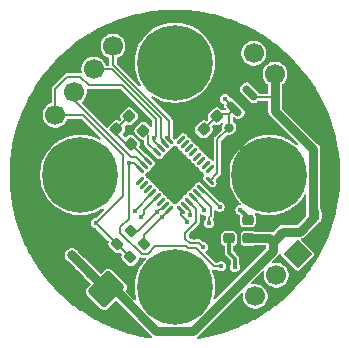
<source format=gbr>
%TF.GenerationSoftware,KiCad,Pcbnew,9.0.5*%
%TF.CreationDate,2025-12-02T23:56:59+01:00*%
%TF.ProjectId,D1,44312e6b-6963-4616-945f-706362585858,rev?*%
%TF.SameCoordinates,Original*%
%TF.FileFunction,Copper,L2,Bot*%
%TF.FilePolarity,Positive*%
%FSLAX46Y46*%
G04 Gerber Fmt 4.6, Leading zero omitted, Abs format (unit mm)*
G04 Created by KiCad (PCBNEW 9.0.5) date 2025-12-02 23:56:59*
%MOMM*%
%LPD*%
G01*
G04 APERTURE LIST*
G04 Aperture macros list*
%AMRoundRect*
0 Rectangle with rounded corners*
0 $1 Rounding radius*
0 $2 $3 $4 $5 $6 $7 $8 $9 X,Y pos of 4 corners*
0 Add a 4 corners polygon primitive as box body*
4,1,4,$2,$3,$4,$5,$6,$7,$8,$9,$2,$3,0*
0 Add four circle primitives for the rounded corners*
1,1,$1+$1,$2,$3*
1,1,$1+$1,$4,$5*
1,1,$1+$1,$6,$7*
1,1,$1+$1,$8,$9*
0 Add four rect primitives between the rounded corners*
20,1,$1+$1,$2,$3,$4,$5,0*
20,1,$1+$1,$4,$5,$6,$7,0*
20,1,$1+$1,$6,$7,$8,$9,0*
20,1,$1+$1,$8,$9,$2,$3,0*%
%AMHorizOval*
0 Thick line with rounded ends*
0 $1 width*
0 $2 $3 position (X,Y) of the first rounded end (center of the circle)*
0 $4 $5 position (X,Y) of the second rounded end (center of the circle)*
0 Add line between two ends*
20,1,$1,$2,$3,$4,$5,0*
0 Add two circle primitives to create the rounded ends*
1,1,$1,$2,$3*
1,1,$1,$4,$5*%
%AMRotRect*
0 Rectangle, with rotation*
0 The origin of the aperture is its center*
0 $1 length*
0 $2 width*
0 $3 Rotation angle, in degrees counterclockwise*
0 Add horizontal line*
21,1,$1,$2,0,0,$3*%
G04 Aperture macros list end*
%TA.AperFunction,ComponentPad*%
%ADD10C,6.400000*%
%TD*%
%TA.AperFunction,SMDPad,CuDef*%
%ADD11RoundRect,0.225000X0.017678X-0.335876X0.335876X-0.017678X-0.017678X0.335876X-0.335876X0.017678X0*%
%TD*%
%TA.AperFunction,SMDPad,CuDef*%
%ADD12RoundRect,0.225000X0.250000X-0.225000X0.250000X0.225000X-0.250000X0.225000X-0.250000X-0.225000X0*%
%TD*%
%TA.AperFunction,SMDPad,CuDef*%
%ADD13RoundRect,0.150000X0.521491X-0.309359X-0.309359X0.521491X-0.521491X0.309359X0.309359X-0.521491X0*%
%TD*%
%TA.AperFunction,SMDPad,CuDef*%
%ADD14RoundRect,0.225000X0.335876X0.017678X0.017678X0.335876X-0.335876X-0.017678X-0.017678X-0.335876X0*%
%TD*%
%TA.AperFunction,SMDPad,CuDef*%
%ADD15RoundRect,0.062500X0.220971X0.309359X-0.309359X-0.220971X-0.220971X-0.309359X0.309359X0.220971X0*%
%TD*%
%TA.AperFunction,SMDPad,CuDef*%
%ADD16RoundRect,0.062500X-0.220971X0.309359X-0.309359X0.220971X0.220971X-0.309359X0.309359X-0.220971X0*%
%TD*%
%TA.AperFunction,HeatsinkPad*%
%ADD17RotRect,3.450000X3.450000X225.000000*%
%TD*%
%TA.AperFunction,ComponentPad*%
%ADD18RotRect,1.700000X1.700000X320.000000*%
%TD*%
%TA.AperFunction,ComponentPad*%
%ADD19HorizOval,1.700000X0.000000X0.000000X0.000000X0.000000X0*%
%TD*%
%TA.AperFunction,SMDPad,CuDef*%
%ADD20RoundRect,0.250000X1.281631X0.167938X0.167938X1.281631X-1.281631X-0.167938X-0.167938X-1.281631X0*%
%TD*%
%TA.AperFunction,SMDPad,CuDef*%
%ADD21RoundRect,0.200000X0.053033X-0.335876X0.335876X-0.053033X-0.053033X0.335876X-0.335876X0.053033X0*%
%TD*%
%TA.AperFunction,ComponentPad*%
%ADD22RotRect,1.700000X1.700000X135.000000*%
%TD*%
%TA.AperFunction,ComponentPad*%
%ADD23HorizOval,1.700000X0.000000X0.000000X0.000000X0.000000X0*%
%TD*%
%TA.AperFunction,SMDPad,CuDef*%
%ADD24RoundRect,0.225000X0.225000X0.250000X-0.225000X0.250000X-0.225000X-0.250000X0.225000X-0.250000X0*%
%TD*%
%TA.AperFunction,ComponentPad*%
%ADD25RotRect,1.700000X1.700000X45.000000*%
%TD*%
%TA.AperFunction,ComponentPad*%
%ADD26HorizOval,1.700000X0.000000X0.000000X0.000000X0.000000X0*%
%TD*%
%TA.AperFunction,ViaPad*%
%ADD27C,0.800000*%
%TD*%
%TA.AperFunction,ViaPad*%
%ADD28C,0.450000*%
%TD*%
%TA.AperFunction,Conductor*%
%ADD29C,0.750000*%
%TD*%
%TA.AperFunction,Conductor*%
%ADD30C,0.300000*%
%TD*%
%TA.AperFunction,Conductor*%
%ADD31C,0.200000*%
%TD*%
G04 APERTURE END LIST*
D10*
%TO.P,H1,1,1*%
%TO.N,unconnected-(H1-Pad1)*%
X82000000Y-70000000D03*
%TD*%
%TO.P,H2,1,1*%
%TO.N,unconnected-(H2-Pad1)*%
X98000000Y-70000000D03*
%TD*%
%TO.P,H4,1,1*%
%TO.N,unconnected-(H4-Pad1)*%
X90000000Y-79500000D03*
%TD*%
%TO.P,H3,1,1*%
%TO.N,unconnected-(H3-Pad1)*%
X90000000Y-60500000D03*
%TD*%
D11*
%TO.P,L1,1,1*%
%TO.N,Net-(U4-VDDCORE)*%
X86251992Y-67348008D03*
%TO.P,L1,2,2*%
%TO.N,Net-(U4-VSW)*%
X87348008Y-66251992D03*
%TD*%
D12*
%TO.P,C6,1*%
%TO.N,Net-(U3-1.8VOUT)*%
X94600000Y-75375000D03*
%TO.P,C6,2*%
%TO.N,GND*%
X94600000Y-73825000D03*
%TD*%
D13*
%TO.P,U1,1,VI*%
%TO.N,Vdrive*%
X96384664Y-63041161D03*
%TO.P,U1,2,VO*%
%TO.N,+3.3V*%
X95041161Y-64384664D03*
%TO.P,U1,3,GND*%
%TO.N,GND*%
X94387087Y-62387087D03*
%TD*%
D12*
%TO.P,C2,1*%
%TO.N,Vdrive*%
X96200000Y-75375000D03*
%TO.P,C2,2*%
%TO.N,Net-(U3-VCP)*%
X96200000Y-73825000D03*
%TD*%
D14*
%TO.P,C7,1*%
%TO.N,Net-(U4-VDDCORE)*%
X85048008Y-66148008D03*
%TO.P,C7,2*%
%TO.N,GND*%
X83951992Y-65051992D03*
%TD*%
D15*
%TO.P,U4,1,PA00*%
%TO.N,unconnected-(U4-PA00-Pad1)*%
X90486136Y-67038990D03*
%TO.P,U4,2,PA01*%
%TO.N,unconnected-(U4-PA01-Pad2)*%
X90839689Y-67392544D03*
%TO.P,U4,3,PA02*%
%TO.N,unconnected-(U4-PA02-Pad3)*%
X91193243Y-67746097D03*
%TO.P,U4,4,PA03*%
%TO.N,unconnected-(U4-PA03-Pad4)*%
X91546796Y-68099651D03*
%TO.P,U4,5,PA04*%
%TO.N,unconnected-(U4-PA04-Pad5)*%
X91900349Y-68453204D03*
%TO.P,U4,6,PA05*%
%TO.N,unconnected-(U4-PA05-Pad6)*%
X92253903Y-68806757D03*
%TO.P,U4,7,PA06*%
%TO.N,unconnected-(U4-PA06-Pad7)*%
X92607456Y-69160311D03*
%TO.P,U4,8,PA07*%
%TO.N,unconnected-(U4-PA07-Pad8)*%
X92961010Y-69513864D03*
D16*
%TO.P,U4,9,VDDANA*%
%TO.N,+3.3V*%
X92961010Y-70486136D03*
%TO.P,U4,10,GND*%
%TO.N,GND*%
X92607456Y-70839689D03*
%TO.P,U4,11,PA08*%
%TO.N,UH*%
X92253903Y-71193243D03*
%TO.P,U4,12,PA09*%
%TO.N,UL*%
X91900349Y-71546796D03*
%TO.P,U4,13,PA10*%
%TO.N,VH*%
X91546796Y-71900349D03*
%TO.P,U4,14,PA11*%
%TO.N,VL*%
X91193243Y-72253903D03*
%TO.P,U4,15,PA14*%
%TO.N,WH*%
X90839689Y-72607456D03*
%TO.P,U4,16,PA15*%
%TO.N,WL*%
X90486136Y-72961010D03*
D15*
%TO.P,U4,17,PA16*%
%TO.N,SDA*%
X89513864Y-72961010D03*
%TO.P,U4,18,PA17*%
%TO.N,SCL*%
X89160311Y-72607456D03*
%TO.P,U4,19,PA18*%
%TO.N,unconnected-(U4-PA18-Pad19)*%
X88806757Y-72253903D03*
%TO.P,U4,20,PA19*%
%TO.N,DIAG*%
X88453204Y-71900349D03*
%TO.P,U4,21,PA22*%
%TO.N,CTRL*%
X88099651Y-71546796D03*
%TO.P,U4,22,PA23*%
%TO.N,unconnected-(U4-PA23-Pad22)*%
X87746097Y-71193243D03*
%TO.P,U4,23,PA24*%
%TO.N,unconnected-(U4-PA24-Pad23)*%
X87392544Y-70839689D03*
%TO.P,U4,24,PA25*%
%TO.N,unconnected-(U4-PA25-Pad24)*%
X87038990Y-70486136D03*
D16*
%TO.P,U4,25,PA27*%
%TO.N,PWREN*%
X87038990Y-69513864D03*
%TO.P,U4,26,~{RESET}*%
%TO.N,~{RESET}*%
X87392544Y-69160311D03*
%TO.P,U4,27,VDDCORE*%
%TO.N,Net-(U4-VDDCORE)*%
X87746097Y-68806757D03*
%TO.P,U4,28,GND*%
%TO.N,GND*%
X88099651Y-68453204D03*
%TO.P,U4,29,VSW*%
%TO.N,Net-(U4-VSW)*%
X88453204Y-68099651D03*
%TO.P,U4,30,VDDIN*%
%TO.N,+3.3V*%
X88806757Y-67746097D03*
%TO.P,U4,31,PA30*%
%TO.N,SWCLK*%
X89160311Y-67392544D03*
%TO.P,U4,32,PA31*%
%TO.N,SWDIO*%
X89513864Y-67038990D03*
D17*
%TO.P,U4,33,GND*%
%TO.N,GND*%
X90000000Y-70000000D03*
%TD*%
D14*
%TO.P,C8,1*%
%TO.N,Net-(U4-VDDCORE)*%
X86148008Y-65048008D03*
%TO.P,C8,2*%
%TO.N,GND*%
X85051992Y-63951992D03*
%TD*%
D18*
%TO.P,J2,1,Pin_1*%
%TO.N,GND*%
X78237853Y-66883844D03*
D19*
%TO.P,J2,2,Pin_2*%
%TO.N,+3.3V*%
X79870534Y-64938091D03*
%TO.P,J2,3,Pin_3*%
%TO.N,~{RESET}*%
X81503214Y-62992338D03*
%TO.P,J2,4,Pin_4*%
%TO.N,SWCLK*%
X83135895Y-61046585D03*
%TO.P,J2,5,Pin_5*%
%TO.N,SWDIO*%
X84768575Y-59100832D03*
%TD*%
D14*
%TO.P,C9,1*%
%TO.N,+3.3V*%
X92448008Y-66148008D03*
%TO.P,C9,2*%
%TO.N,GND*%
X91351992Y-65051992D03*
%TD*%
D20*
%TO.P,C4,1*%
%TO.N,Vdrive*%
X84200870Y-79700870D03*
%TO.P,C4,2*%
%TO.N,GND*%
X79799130Y-75299130D03*
%TD*%
D21*
%TO.P,R2,1*%
%TO.N,+3.3V*%
X86216637Y-76983363D03*
%TO.P,R2,2*%
%TO.N,SDA*%
X87383363Y-75816637D03*
%TD*%
D22*
%TO.P,J3,1,Pin_1*%
%TO.N,W*%
X100396051Y-76703949D03*
D23*
%TO.P,J3,2,Pin_2*%
%TO.N,V*%
X98600000Y-78500000D03*
%TO.P,J3,3,Pin_3*%
%TO.N,U*%
X96803949Y-80296051D03*
%TD*%
D21*
%TO.P,R3,1*%
%TO.N,+3.3V*%
X85116637Y-75883363D03*
%TO.P,R3,2*%
%TO.N,SCL*%
X86283363Y-74716637D03*
%TD*%
D24*
%TO.P,C3,1*%
%TO.N,Vdrive*%
X101775000Y-73400000D03*
%TO.P,C3,2*%
%TO.N,GND*%
X100225000Y-73400000D03*
%TD*%
D14*
%TO.P,C1,1*%
%TO.N,+3.3V*%
X93548008Y-65048008D03*
%TO.P,C1,2*%
%TO.N,GND*%
X92451992Y-63951992D03*
%TD*%
D25*
%TO.P,J1,1,Pin_1*%
%TO.N,GND*%
X100285445Y-63285445D03*
D26*
%TO.P,J1,2,Pin_2*%
%TO.N,Vdrive*%
X98489394Y-61489394D03*
%TO.P,J1,3,Pin_3*%
%TO.N,Net-(J1-Pin_3)*%
X96693343Y-59693343D03*
%TD*%
D27*
%TO.N,GND*%
X98100000Y-74400000D03*
X97150000Y-74400000D03*
X91618238Y-75101001D03*
X83500000Y-63900000D03*
X94000000Y-79000000D03*
X96350000Y-77000000D03*
D28*
%TO.N,+3.3V*%
X88200000Y-66900000D03*
X83300000Y-74100000D03*
D27*
X94600000Y-66000000D03*
D28*
X94228238Y-63571742D03*
D27*
%TO.N,Vdrive*%
X82850000Y-78350000D03*
X98300000Y-75700000D03*
X81300000Y-76800000D03*
X99000000Y-75000000D03*
X82050000Y-77550000D03*
D28*
%TO.N,Net-(U3-VCP)*%
X95550000Y-72950000D03*
%TO.N,Net-(U3-1.8VOUT)*%
X95100000Y-77800000D03*
%TO.N,CTRL*%
X86600000Y-73100000D03*
%TO.N,WL*%
X91041372Y-73968981D03*
%TO.N,WH*%
X91300000Y-73400000D03*
%TO.N,VL*%
X92400000Y-76100000D03*
%TO.N,VH*%
X92500000Y-73000000D03*
%TO.N,UL*%
X92900000Y-74100000D03*
%TO.N,UH*%
X93800000Y-72700000D03*
%TO.N,SDA*%
X88887437Y-73587437D03*
%TO.N,SCL*%
X88455032Y-73136158D03*
%TO.N,DIAG*%
X87100000Y-73600000D03*
%TO.N,PWREN*%
X93900000Y-77750000D03*
X86100000Y-69000000D03*
%TD*%
D29*
%TO.N,GND*%
X94274000Y-71474000D02*
X94274000Y-68456640D01*
D30*
X91619239Y-75100000D02*
X93325000Y-75100000D01*
X94000000Y-79000000D02*
X94500000Y-78500000D01*
X95424000Y-74576000D02*
X95424000Y-76074000D01*
D29*
X94600000Y-73825000D02*
X94600000Y-71800000D01*
X94274000Y-68456640D02*
X96400000Y-66330640D01*
D30*
X93325000Y-76225000D02*
X93325000Y-75100000D01*
X95424945Y-74575055D02*
X95424000Y-74576000D01*
X94600000Y-73825000D02*
X94674890Y-73825000D01*
X94674890Y-73825000D02*
X95424945Y-74575055D01*
X95424000Y-76074000D02*
X96350000Y-77000000D01*
X94500000Y-77400000D02*
X93325000Y-76225000D01*
X93325000Y-75100000D02*
X94600000Y-73825000D01*
D31*
X87349000Y-67349000D02*
X86400000Y-66400000D01*
X87349000Y-67702553D02*
X87349000Y-67349000D01*
D29*
X96400000Y-64400000D02*
X94387087Y-62387087D01*
D30*
X91618238Y-75101001D02*
X91619239Y-75100000D01*
X96974945Y-74575055D02*
X95424945Y-74575055D01*
D31*
X86400000Y-66000000D02*
X87100000Y-65300000D01*
D29*
X96400000Y-66330640D02*
X96400000Y-65300000D01*
D30*
X94500000Y-78500000D02*
X94500000Y-77400000D01*
D31*
X88099651Y-68453204D02*
X87349000Y-67702553D01*
D30*
X97150000Y-74400000D02*
X96974945Y-74575055D01*
D29*
X96400000Y-65300000D02*
X96400000Y-64400000D01*
X94600000Y-71800000D02*
X94274000Y-71474000D01*
D31*
X86400000Y-66400000D02*
X86400000Y-66000000D01*
%TO.N,+3.3V*%
X79870534Y-62729466D02*
X79870534Y-64938091D01*
X82700000Y-62400000D02*
X82000000Y-61700000D01*
X94600000Y-64825825D02*
X95041161Y-64384664D01*
X92961010Y-70486136D02*
X93600000Y-69847146D01*
X88200000Y-66900000D02*
X88400000Y-66700000D01*
X80900000Y-61700000D02*
X79870534Y-62729466D01*
X92448008Y-66148008D02*
X93548008Y-65048008D01*
X88200000Y-67139340D02*
X88806757Y-67746097D01*
X93600000Y-67000000D02*
X94600000Y-66000000D01*
X83333274Y-74100000D02*
X83300000Y-74100000D01*
X95041160Y-64384664D02*
X94228238Y-63571742D01*
X95041161Y-64384664D02*
X95041160Y-64384664D01*
X88400000Y-66700000D02*
X88400000Y-65296388D01*
X88200000Y-66900000D02*
X88200000Y-67139340D01*
X85503612Y-62400000D02*
X82700000Y-62400000D01*
X85600000Y-68300000D02*
X85600000Y-71800000D01*
X85600000Y-71800000D02*
X83300000Y-74100000D01*
X82000000Y-61700000D02*
X80900000Y-61700000D01*
X93600000Y-69847146D02*
X93600000Y-67000000D01*
X79870534Y-64938091D02*
X82238091Y-64938091D01*
X86216637Y-76983363D02*
X83333274Y-74100000D01*
X94600000Y-66000000D02*
X94600000Y-64825825D01*
X93770191Y-64825825D02*
X93548008Y-65048008D01*
X82238091Y-64938091D02*
X85600000Y-68300000D01*
X94600000Y-64825825D02*
X93770191Y-64825825D01*
X88400000Y-65296388D02*
X85503612Y-62400000D01*
D29*
%TO.N,Vdrive*%
X101725000Y-67825000D02*
X98489395Y-64589395D01*
X98489394Y-61489394D02*
X98489395Y-61489393D01*
D31*
X96777442Y-63433939D02*
X96384664Y-63041161D01*
D29*
X81300000Y-76800000D02*
X84200870Y-79700870D01*
X91542946Y-83225000D02*
X98300000Y-76467946D01*
X84900870Y-79700870D02*
X88425000Y-83225000D01*
X98300000Y-75700000D02*
X99000000Y-75000000D01*
X98489395Y-63433939D02*
X98489395Y-61489393D01*
X97975000Y-75375000D02*
X98300000Y-75700000D01*
X96200000Y-75375000D02*
X97975000Y-75375000D01*
X84200870Y-79700870D02*
X84900870Y-79700870D01*
X99000000Y-75000000D02*
X99200000Y-74800000D01*
X98489395Y-64589395D02*
X98489395Y-63433939D01*
X101725000Y-73675000D02*
X101725000Y-67825000D01*
X88425000Y-83225000D02*
X91542946Y-83225000D01*
D31*
X98489395Y-63433939D02*
X96777442Y-63433939D01*
D29*
X99200000Y-74800000D02*
X100600000Y-74800000D01*
X100600000Y-74800000D02*
X101725000Y-73675000D01*
X98300000Y-76467946D02*
X98300000Y-75700000D01*
D30*
%TO.N,Net-(U3-VCP)*%
X96200000Y-73600000D02*
X95550000Y-72950000D01*
X96200000Y-73825000D02*
X96200000Y-73600000D01*
%TO.N,Net-(U3-1.8VOUT)*%
X95100000Y-77100000D02*
X94600000Y-76600000D01*
X95100000Y-77800000D02*
X95100000Y-77100000D01*
X94600000Y-76600000D02*
X94600000Y-75375000D01*
D31*
%TO.N,CTRL*%
X86600000Y-73046447D02*
X88099651Y-71546796D01*
X86600000Y-73100000D02*
X86600000Y-73046447D01*
%TO.N,~{RESET}*%
X87392544Y-69160311D02*
X86732233Y-68500000D01*
X86732233Y-68500000D02*
X86300000Y-68500000D01*
X81500000Y-63700000D02*
X81500000Y-63000000D01*
X86300000Y-68500000D02*
X81500000Y-63700000D01*
%TO.N,SWCLK*%
X88800000Y-65200000D02*
X84646585Y-61046585D01*
X84646585Y-61046585D02*
X83135895Y-61046585D01*
X89160311Y-67392544D02*
X89160311Y-67215769D01*
X89160311Y-67215769D02*
X88800000Y-66855458D01*
X88800000Y-66855458D02*
X88800000Y-65200000D01*
%TO.N,SWDIO*%
X84768575Y-60668575D02*
X84768575Y-59100832D01*
X89513864Y-65413864D02*
X84768575Y-60668575D01*
X89513864Y-67038990D02*
X89513864Y-65413864D01*
%TO.N,WL*%
X91041372Y-73968981D02*
X91041372Y-73941372D01*
X91041372Y-73941372D02*
X90486136Y-73386136D01*
X90486136Y-73386136D02*
X90486136Y-72961010D01*
%TO.N,WH*%
X91300000Y-73400000D02*
X91300000Y-73067767D01*
X91300000Y-73067767D02*
X90839689Y-72607456D01*
%TO.N,VL*%
X91193243Y-72253903D02*
X91801000Y-72861660D01*
X91251000Y-75751000D02*
X92051000Y-75751000D01*
X91801000Y-72861660D02*
X91801000Y-73999000D01*
X90900000Y-75400000D02*
X91251000Y-75751000D01*
X92051000Y-75751000D02*
X92400000Y-76100000D01*
X90900000Y-74900000D02*
X90900000Y-75400000D01*
X91801000Y-73999000D02*
X90900000Y-74900000D01*
%TO.N,VH*%
X92500000Y-73000000D02*
X92500000Y-72853553D01*
X92500000Y-72853553D02*
X91546796Y-71900349D01*
%TO.N,UL*%
X93050000Y-73450000D02*
X93050000Y-72696447D01*
X92900000Y-73600000D02*
X93050000Y-73450000D01*
X92900000Y-74100000D02*
X92900000Y-73600000D01*
X93050000Y-72696447D02*
X91900349Y-71546796D01*
%TO.N,UH*%
X92253903Y-71193243D02*
X92293243Y-71193243D01*
X92293243Y-71193243D02*
X93800000Y-72700000D01*
%TO.N,SDA*%
X87383363Y-75091511D02*
X88887437Y-73587437D01*
X88887437Y-73587437D02*
X89513864Y-72961010D01*
X87383363Y-75816637D02*
X87383363Y-75091511D01*
%TO.N,SCL*%
X88890780Y-72876987D02*
X88723013Y-72876987D01*
X86883363Y-74716637D02*
X86283363Y-74716637D01*
X89160311Y-72607456D02*
X88890780Y-72876987D01*
X88723013Y-72876987D02*
X86883363Y-74716637D01*
%TO.N,DIAG*%
X87353553Y-73346447D02*
X87353553Y-73000000D01*
X87100000Y-73600000D02*
X87353553Y-73346447D01*
X87353553Y-73000000D02*
X88453204Y-71900349D01*
%TO.N,Net-(U4-VDDCORE)*%
X85048008Y-66548008D02*
X85048008Y-66148008D01*
X86487348Y-67548008D02*
X87746097Y-68806757D01*
X86048008Y-67548008D02*
X85048008Y-66548008D01*
X86051992Y-67548008D02*
X86048008Y-67548008D01*
X86251992Y-67348008D02*
X86451992Y-67548008D01*
X86451992Y-67548008D02*
X86487348Y-67548008D01*
X85048008Y-66148008D02*
X86148008Y-65048008D01*
X86251992Y-67348008D02*
X86051992Y-67548008D01*
%TO.N,Net-(U4-VSW)*%
X87348008Y-66251992D02*
X87700000Y-66603984D01*
X87700000Y-66603984D02*
X87700000Y-67346447D01*
X87700000Y-67346447D02*
X88453204Y-68099651D01*
%TO.N,PWREN*%
X91763603Y-76200000D02*
X93313603Y-77750000D01*
X91100000Y-76200000D02*
X91763603Y-76200000D01*
X86100000Y-73750000D02*
X85400000Y-74450000D01*
X87200000Y-76700000D02*
X87700000Y-76700000D01*
X87700000Y-76700000D02*
X88352512Y-76047488D01*
X85400000Y-74450000D02*
X85400000Y-74900000D01*
X86100000Y-69000000D02*
X86100000Y-73750000D01*
X93313603Y-77750000D02*
X93900000Y-77750000D01*
X88352512Y-76047488D02*
X90947488Y-76047488D01*
X86525126Y-69000000D02*
X87038990Y-69513864D01*
X90947488Y-76047488D02*
X91100000Y-76200000D01*
X86100000Y-69000000D02*
X86525126Y-69000000D01*
X85400000Y-74900000D02*
X87200000Y-76700000D01*
%TD*%
%TA.AperFunction,Conductor*%
%TO.N,GND*%
G36*
X90293403Y-56005332D02*
G01*
X90442092Y-56009291D01*
X90444514Y-56009387D01*
X91025700Y-56039846D01*
X91028192Y-56040011D01*
X91176013Y-56051843D01*
X91178242Y-56052049D01*
X91757830Y-56112966D01*
X91760501Y-56113285D01*
X91906414Y-56132825D01*
X91908608Y-56133145D01*
X92485275Y-56224480D01*
X92488057Y-56224962D01*
X92631327Y-56251976D01*
X92633275Y-56252367D01*
X93206124Y-56374129D01*
X93208927Y-56374770D01*
X93348441Y-56408854D01*
X93350523Y-56409387D01*
X93918227Y-56561503D01*
X93921030Y-56562301D01*
X94056163Y-56603047D01*
X94058030Y-56603632D01*
X94615000Y-56784602D01*
X94619568Y-56786087D01*
X94622560Y-56787112D01*
X94752265Y-56833886D01*
X94754008Y-56834536D01*
X95308352Y-57047329D01*
X95311330Y-57048528D01*
X95434726Y-57100605D01*
X95436371Y-57101318D01*
X95982551Y-57344494D01*
X95985555Y-57345892D01*
X96101836Y-57402436D01*
X96103331Y-57403180D01*
X96640269Y-57676764D01*
X96643287Y-57678368D01*
X96751660Y-57738398D01*
X96753023Y-57739169D01*
X97279775Y-58043289D01*
X97282658Y-58045023D01*
X97382312Y-58107376D01*
X97383709Y-58108266D01*
X97899036Y-58442924D01*
X97902008Y-58444931D01*
X97992134Y-58508237D01*
X97993413Y-58509150D01*
X98386043Y-58794413D01*
X98496574Y-58874718D01*
X98499518Y-58876943D01*
X98579429Y-58939682D01*
X98580597Y-58940613D01*
X99070577Y-59337391D01*
X99073467Y-59339824D01*
X99142559Y-59400281D01*
X99143610Y-59401214D01*
X99362640Y-59598429D01*
X99553730Y-59770487D01*
X99619518Y-59829722D01*
X99622340Y-59832364D01*
X99679819Y-59888333D01*
X99680757Y-59889258D01*
X100141856Y-60350357D01*
X100144570Y-60353182D01*
X100189926Y-60402314D01*
X100190679Y-60403140D01*
X100636088Y-60897818D01*
X100638696Y-60900835D01*
X100659259Y-60925637D01*
X100671147Y-60939977D01*
X100671869Y-60940859D01*
X100719404Y-60999559D01*
X101100847Y-61470602D01*
X101103357Y-61473837D01*
X101122384Y-61499448D01*
X101122980Y-61500258D01*
X101508654Y-62031093D01*
X101534811Y-62067094D01*
X101537221Y-62070565D01*
X101542405Y-62078381D01*
X101542930Y-62079182D01*
X101935114Y-62683092D01*
X101937823Y-62687511D01*
X102301705Y-63317773D01*
X102304178Y-63322328D01*
X102634568Y-63970754D01*
X102636799Y-63975432D01*
X102932802Y-64640265D01*
X102934785Y-64645054D01*
X103195573Y-65324431D01*
X103197304Y-65329316D01*
X103422196Y-66021464D01*
X103423668Y-66026434D01*
X103612021Y-66729377D01*
X103613231Y-66734417D01*
X103764539Y-67446267D01*
X103765483Y-67451363D01*
X103879325Y-68170130D01*
X103880002Y-68175269D01*
X103956074Y-68899046D01*
X103956480Y-68904213D01*
X103994567Y-69630940D01*
X103994703Y-69636121D01*
X103994703Y-70363878D01*
X103994567Y-70369059D01*
X103956480Y-71095786D01*
X103956074Y-71100953D01*
X103880002Y-71824730D01*
X103879325Y-71829869D01*
X103765483Y-72548636D01*
X103764539Y-72553732D01*
X103613231Y-73265582D01*
X103612021Y-73270622D01*
X103423668Y-73973565D01*
X103422196Y-73978535D01*
X103197304Y-74670683D01*
X103195573Y-74675568D01*
X102934785Y-75354945D01*
X102932802Y-75359734D01*
X102636799Y-76024567D01*
X102634568Y-76029245D01*
X102304178Y-76677671D01*
X102301705Y-76682226D01*
X101937823Y-77312488D01*
X101935114Y-77316907D01*
X101542930Y-77920816D01*
X101542405Y-77921617D01*
X101537221Y-77929433D01*
X101534811Y-77932904D01*
X101123008Y-78499702D01*
X101122384Y-78500550D01*
X101103357Y-78526161D01*
X101100825Y-78529425D01*
X100671869Y-79059139D01*
X100671147Y-79060021D01*
X100638715Y-79099141D01*
X100636071Y-79102200D01*
X100190679Y-79596858D01*
X100189851Y-79597767D01*
X100144595Y-79646790D01*
X100141856Y-79649641D01*
X99680757Y-80110740D01*
X99679819Y-80111665D01*
X99622340Y-80167634D01*
X99619518Y-80170276D01*
X99143610Y-80598784D01*
X99142559Y-80599717D01*
X99073467Y-80660174D01*
X99070577Y-80662607D01*
X98580597Y-81059385D01*
X98579429Y-81060316D01*
X98499518Y-81123055D01*
X98496574Y-81125280D01*
X97993421Y-81490842D01*
X97992134Y-81491761D01*
X97902008Y-81555067D01*
X97899023Y-81557083D01*
X97383719Y-81891725D01*
X97382312Y-81892622D01*
X97282722Y-81954936D01*
X97279710Y-81956748D01*
X96753106Y-82260782D01*
X96751576Y-82261647D01*
X96643294Y-82321626D01*
X96640269Y-82323234D01*
X96103429Y-82596769D01*
X96101777Y-82597591D01*
X95985554Y-82654106D01*
X95982528Y-82655515D01*
X95436453Y-82898644D01*
X95434679Y-82899413D01*
X95311337Y-82951467D01*
X95308322Y-82952681D01*
X94754087Y-83165432D01*
X94752193Y-83166138D01*
X94622559Y-83212886D01*
X94619568Y-83213911D01*
X94058102Y-83396343D01*
X94056090Y-83396973D01*
X93921107Y-83437675D01*
X93918149Y-83438517D01*
X93350545Y-83590605D01*
X93348418Y-83591149D01*
X93208981Y-83625215D01*
X93206068Y-83625881D01*
X92633423Y-83747601D01*
X92631183Y-83748050D01*
X92488093Y-83775029D01*
X92485237Y-83775524D01*
X91979471Y-83855629D01*
X91919039Y-83846058D01*
X91875774Y-83802793D01*
X91866203Y-83742361D01*
X91893980Y-83687844D01*
X91896306Y-83685517D01*
X91896311Y-83685515D01*
X95613115Y-79968710D01*
X95667628Y-79940936D01*
X95728060Y-79950507D01*
X95771325Y-79993772D01*
X95780896Y-80054204D01*
X95780213Y-80058031D01*
X95753449Y-80192582D01*
X95753449Y-80399518D01*
X95793818Y-80602469D01*
X95873007Y-80793648D01*
X95873008Y-80793649D01*
X95987972Y-80965706D01*
X96134294Y-81112028D01*
X96306351Y-81226992D01*
X96497529Y-81306181D01*
X96700484Y-81346551D01*
X96700485Y-81346551D01*
X96907413Y-81346551D01*
X96907414Y-81346551D01*
X97110369Y-81306181D01*
X97301547Y-81226992D01*
X97473604Y-81112028D01*
X97619926Y-80965706D01*
X97734890Y-80793649D01*
X97814079Y-80602471D01*
X97854449Y-80399516D01*
X97854449Y-80192586D01*
X97814079Y-79989631D01*
X97734890Y-79798453D01*
X97619926Y-79626396D01*
X97473604Y-79480074D01*
X97400071Y-79430941D01*
X97301546Y-79365109D01*
X97110367Y-79285920D01*
X96907416Y-79245551D01*
X96907414Y-79245551D01*
X96700484Y-79245551D01*
X96700480Y-79245551D01*
X96565929Y-79272315D01*
X96505167Y-79265123D01*
X96460238Y-79223590D01*
X96448301Y-79163580D01*
X96473917Y-79108015D01*
X96476561Y-79105264D01*
X97409166Y-78172659D01*
X97463679Y-78144885D01*
X97524111Y-78154456D01*
X97567376Y-78197721D01*
X97576947Y-78258153D01*
X97576264Y-78261980D01*
X97549500Y-78396531D01*
X97549500Y-78603467D01*
X97589869Y-78806418D01*
X97669058Y-78997597D01*
X97779180Y-79162407D01*
X97784023Y-79169655D01*
X97930345Y-79315977D01*
X98102402Y-79430941D01*
X98293580Y-79510130D01*
X98496535Y-79550500D01*
X98496536Y-79550500D01*
X98703464Y-79550500D01*
X98703465Y-79550500D01*
X98906420Y-79510130D01*
X99097598Y-79430941D01*
X99269655Y-79315977D01*
X99415977Y-79169655D01*
X99530941Y-78997598D01*
X99610130Y-78806420D01*
X99650500Y-78603465D01*
X99650500Y-78396535D01*
X99610130Y-78193580D01*
X99530941Y-78002402D01*
X99415977Y-77830345D01*
X99269655Y-77684023D01*
X99264435Y-77680535D01*
X99097597Y-77569058D01*
X98906418Y-77489869D01*
X98703467Y-77449500D01*
X98703465Y-77449500D01*
X98496535Y-77449500D01*
X98496531Y-77449500D01*
X98361980Y-77476264D01*
X98301218Y-77469072D01*
X98256289Y-77427539D01*
X98244352Y-77367529D01*
X98269968Y-77311964D01*
X98272612Y-77309213D01*
X98760514Y-76821312D01*
X98761543Y-76819531D01*
X98816701Y-76723993D01*
X98862169Y-76683055D01*
X98923019Y-76676659D01*
X98976007Y-76707252D01*
X98999534Y-76754183D01*
X99005102Y-76782179D01*
X99030060Y-76819531D01*
X99038231Y-76831760D01*
X100268240Y-78061769D01*
X100317820Y-78094897D01*
X100396051Y-78110458D01*
X100474282Y-78094897D01*
X100523862Y-78061769D01*
X101753871Y-76831760D01*
X101786999Y-76782180D01*
X101802560Y-76703949D01*
X101798343Y-76682751D01*
X101786999Y-76625718D01*
X101753873Y-76576141D01*
X101753871Y-76576138D01*
X100700377Y-75522644D01*
X100672600Y-75468127D01*
X100682171Y-75407695D01*
X100725436Y-75364430D01*
X100744753Y-75357014D01*
X100822135Y-75336281D01*
X100927360Y-75275529D01*
X100953360Y-75260518D01*
X100953360Y-75260517D01*
X100953365Y-75260515D01*
X102078362Y-74135516D01*
X102078365Y-74135515D01*
X102164932Y-74048947D01*
X102189980Y-74030749D01*
X102253220Y-73998528D01*
X102348528Y-73903220D01*
X102385013Y-73831615D01*
X102409718Y-73783129D01*
X102409718Y-73783127D01*
X102409719Y-73783126D01*
X102425500Y-73683488D01*
X102425500Y-73116512D01*
X102425140Y-73114241D01*
X102419355Y-73077713D01*
X102409719Y-73016874D01*
X102409716Y-73016869D01*
X102409716Y-73016867D01*
X102348529Y-72896782D01*
X102348528Y-72896780D01*
X102339862Y-72888114D01*
X102329495Y-72877746D01*
X102301719Y-72823229D01*
X102300500Y-72807744D01*
X102300500Y-67749236D01*
X102300500Y-67749234D01*
X102296021Y-67732519D01*
X102261281Y-67602865D01*
X102251549Y-67586008D01*
X102237264Y-67561266D01*
X102185518Y-67471639D01*
X102185514Y-67471634D01*
X102078365Y-67364484D01*
X102078365Y-67364485D01*
X99093891Y-64380011D01*
X99066114Y-64325494D01*
X99064895Y-64310007D01*
X99064895Y-62421199D01*
X99083802Y-62363008D01*
X99108894Y-62338883D01*
X99159049Y-62305371D01*
X99305371Y-62159049D01*
X99420335Y-61986992D01*
X99499524Y-61795814D01*
X99539894Y-61592859D01*
X99539894Y-61385929D01*
X99499524Y-61182974D01*
X99420335Y-60991796D01*
X99305371Y-60819739D01*
X99159049Y-60673417D01*
X99159045Y-60673414D01*
X98986991Y-60558452D01*
X98795812Y-60479263D01*
X98592861Y-60438894D01*
X98592859Y-60438894D01*
X98385929Y-60438894D01*
X98385926Y-60438894D01*
X98182975Y-60479263D01*
X97991796Y-60558452D01*
X97819742Y-60673414D01*
X97673414Y-60819742D01*
X97558452Y-60991796D01*
X97479263Y-61182975D01*
X97438894Y-61385926D01*
X97438894Y-61592861D01*
X97479263Y-61795812D01*
X97558452Y-61986991D01*
X97626418Y-62088710D01*
X97673417Y-62159049D01*
X97819739Y-62305371D01*
X97819742Y-62305373D01*
X97819744Y-62305375D01*
X97869895Y-62338884D01*
X97907776Y-62386933D01*
X97913895Y-62421200D01*
X97913895Y-63034439D01*
X97894988Y-63092630D01*
X97845488Y-63128594D01*
X97814895Y-63133439D01*
X97225763Y-63133439D01*
X97167572Y-63114532D01*
X97155765Y-63104448D01*
X96299627Y-62248310D01*
X96299623Y-62248307D01*
X96299621Y-62248305D01*
X96244435Y-62207155D01*
X96244431Y-62207153D01*
X96133793Y-62169170D01*
X96016816Y-62169170D01*
X95943058Y-62194492D01*
X95906178Y-62207153D01*
X95850985Y-62248308D01*
X95850982Y-62248310D01*
X95591813Y-62507479D01*
X95591811Y-62507482D01*
X95550656Y-62562675D01*
X95550656Y-62562676D01*
X95512673Y-62673313D01*
X95512673Y-62790290D01*
X95546518Y-62888874D01*
X95550656Y-62900928D01*
X95550658Y-62900932D01*
X95591808Y-62956118D01*
X95591810Y-62956120D01*
X95591813Y-62956124D01*
X96469701Y-63834012D01*
X96469704Y-63834014D01*
X96469706Y-63834016D01*
X96524892Y-63875166D01*
X96524894Y-63875167D01*
X96524897Y-63875169D01*
X96635535Y-63913152D01*
X96635537Y-63913152D01*
X96752510Y-63913152D01*
X96752512Y-63913152D01*
X96863149Y-63875169D01*
X96918346Y-63834012D01*
X96953638Y-63798720D01*
X96988924Y-63763435D01*
X97043441Y-63735658D01*
X97058927Y-63734439D01*
X97814895Y-63734439D01*
X97873086Y-63753346D01*
X97909050Y-63802846D01*
X97913895Y-63833439D01*
X97913895Y-64513629D01*
X97913895Y-64665161D01*
X97937468Y-64753136D01*
X97953115Y-64811534D01*
X98028876Y-64942755D01*
X98028877Y-64942756D01*
X98028878Y-64942757D01*
X98028880Y-64942760D01*
X99241262Y-66155142D01*
X100406630Y-67320510D01*
X100434407Y-67375027D01*
X100424836Y-67435459D01*
X100381571Y-67478724D01*
X100321139Y-67488295D01*
X100273821Y-67467042D01*
X100232437Y-67433079D01*
X100028118Y-67265399D01*
X99958667Y-67218993D01*
X99750312Y-67079773D01*
X99455672Y-66922286D01*
X99455660Y-66922280D01*
X99455654Y-66922277D01*
X99455649Y-66922274D01*
X99455645Y-66922273D01*
X99146967Y-66794414D01*
X98827253Y-66697431D01*
X98590619Y-66650362D01*
X98499559Y-66632249D01*
X98499557Y-66632248D01*
X98256491Y-66608308D01*
X98167056Y-66599500D01*
X97832944Y-66599500D01*
X97734700Y-66609176D01*
X97500444Y-66632248D01*
X97172746Y-66697431D01*
X96853032Y-66794414D01*
X96544354Y-66922273D01*
X96544327Y-66922286D01*
X96249687Y-67079773D01*
X95971880Y-67265400D01*
X95713615Y-67477352D01*
X95477352Y-67713615D01*
X95265400Y-67971880D01*
X95079773Y-68249687D01*
X94922286Y-68544327D01*
X94922273Y-68544354D01*
X94794414Y-68853032D01*
X94697431Y-69172746D01*
X94632248Y-69500444D01*
X94615159Y-69673952D01*
X94599500Y-69832944D01*
X94599500Y-70167056D01*
X94607244Y-70245679D01*
X94632248Y-70499555D01*
X94697431Y-70827253D01*
X94794414Y-71146967D01*
X94922273Y-71455645D01*
X94922286Y-71455672D01*
X95079773Y-71750312D01*
X95200047Y-71930313D01*
X95265399Y-72028118D01*
X95477357Y-72286390D01*
X95547748Y-72356781D01*
X95575524Y-72411296D01*
X95565953Y-72471728D01*
X95522688Y-72514993D01*
X95500037Y-72522028D01*
X95500250Y-72522821D01*
X95493984Y-72524500D01*
X95493982Y-72524500D01*
X95432394Y-72541002D01*
X95385758Y-72553498D01*
X95288739Y-72609513D01*
X95209513Y-72688739D01*
X95153498Y-72785758D01*
X95147607Y-72807744D01*
X95124500Y-72893982D01*
X95124500Y-73006018D01*
X95143713Y-73077723D01*
X95153498Y-73114241D01*
X95209513Y-73211260D01*
X95209515Y-73211263D01*
X95288737Y-73290485D01*
X95385763Y-73346503D01*
X95449009Y-73363449D01*
X95493389Y-73389071D01*
X95508839Y-73404521D01*
X95536616Y-73459038D01*
X95536616Y-73490012D01*
X95524500Y-73566508D01*
X95524500Y-73566510D01*
X95524500Y-73566512D01*
X95524500Y-74083488D01*
X95535504Y-74152968D01*
X95540281Y-74183125D01*
X95540283Y-74183132D01*
X95601470Y-74303217D01*
X95601472Y-74303220D01*
X95696780Y-74398528D01*
X95696782Y-74398529D01*
X95816867Y-74459716D01*
X95816869Y-74459716D01*
X95816874Y-74459719D01*
X95892541Y-74471703D01*
X95916510Y-74475500D01*
X95916512Y-74475500D01*
X96483490Y-74475500D01*
X96504885Y-74472111D01*
X96583126Y-74459719D01*
X96703220Y-74398528D01*
X96798528Y-74303220D01*
X96859719Y-74183126D01*
X96875500Y-74083488D01*
X96875500Y-73566512D01*
X96875499Y-73566508D01*
X96867933Y-73518735D01*
X96859719Y-73466874D01*
X96809031Y-73367394D01*
X96799460Y-73306964D01*
X96827237Y-73252447D01*
X96881753Y-73224669D01*
X96925979Y-73227713D01*
X97063642Y-73269472D01*
X97172749Y-73302569D01*
X97500441Y-73367751D01*
X97832944Y-73400500D01*
X97832947Y-73400500D01*
X98167053Y-73400500D01*
X98167056Y-73400500D01*
X98499559Y-73367751D01*
X98827251Y-73302569D01*
X99016857Y-73245052D01*
X99146967Y-73205585D01*
X99146969Y-73205583D01*
X99146976Y-73205582D01*
X99455654Y-73077723D01*
X99634551Y-72982101D01*
X99750312Y-72920226D01*
X99754226Y-72917611D01*
X100028118Y-72734601D01*
X100286390Y-72522643D01*
X100522643Y-72286390D01*
X100734601Y-72028118D01*
X100920224Y-71750315D01*
X100920226Y-71750312D01*
X100963190Y-71669932D01*
X101007295Y-71627525D01*
X101067903Y-71619142D01*
X101121864Y-71647984D01*
X101148566Y-71703035D01*
X101149500Y-71716600D01*
X101149500Y-72975013D01*
X101141335Y-73009023D01*
X101142689Y-73009463D01*
X101140281Y-73016872D01*
X101124500Y-73116510D01*
X101124500Y-73420612D01*
X101105593Y-73478803D01*
X101095504Y-73490616D01*
X100390616Y-74195504D01*
X100336099Y-74223281D01*
X100320612Y-74224500D01*
X99275767Y-74224500D01*
X99124234Y-74224500D01*
X99034652Y-74248503D01*
X98977860Y-74263720D01*
X98846635Y-74339484D01*
X98724150Y-74461968D01*
X98703647Y-74477700D01*
X98631288Y-74519476D01*
X98519478Y-74631286D01*
X98477701Y-74703646D01*
X98461969Y-74724149D01*
X98346114Y-74840004D01*
X98291597Y-74867781D01*
X98231165Y-74858210D01*
X98226609Y-74855736D01*
X98197137Y-74838720D01*
X98197136Y-74838719D01*
X98197135Y-74838719D01*
X98050766Y-74799500D01*
X98050764Y-74799500D01*
X96723118Y-74799500D01*
X96678173Y-74788710D01*
X96583126Y-74740281D01*
X96483490Y-74724500D01*
X96483488Y-74724500D01*
X95916512Y-74724500D01*
X95916510Y-74724500D01*
X95816874Y-74740281D01*
X95816867Y-74740283D01*
X95696782Y-74801470D01*
X95601470Y-74896782D01*
X95540283Y-75016867D01*
X95540281Y-75016874D01*
X95524500Y-75116510D01*
X95524500Y-75633489D01*
X95526403Y-75645504D01*
X95537266Y-75714093D01*
X95540281Y-75733125D01*
X95540283Y-75733132D01*
X95601470Y-75853217D01*
X95601472Y-75853220D01*
X95696780Y-75948528D01*
X95696782Y-75948529D01*
X95816867Y-76009716D01*
X95816869Y-76009716D01*
X95816874Y-76009719D01*
X95892541Y-76021703D01*
X95916510Y-76025500D01*
X95916512Y-76025500D01*
X96483490Y-76025500D01*
X96504885Y-76022111D01*
X96583126Y-76009719D01*
X96678173Y-75961289D01*
X96723118Y-75950500D01*
X97625500Y-75950500D01*
X97640412Y-75955345D01*
X97656093Y-75955345D01*
X97668778Y-75964561D01*
X97683691Y-75969407D01*
X97692907Y-75982092D01*
X97705593Y-75991309D01*
X97710438Y-76006221D01*
X97719655Y-76018907D01*
X97724500Y-76049500D01*
X97724500Y-76188557D01*
X97705593Y-76246748D01*
X97695504Y-76258561D01*
X93440852Y-80513212D01*
X93386335Y-80540989D01*
X93325903Y-80531418D01*
X93282638Y-80488153D01*
X93273067Y-80427721D01*
X93276108Y-80414480D01*
X93302569Y-80327251D01*
X93367751Y-79999559D01*
X93400500Y-79667056D01*
X93400500Y-79332944D01*
X93367751Y-79000441D01*
X93302569Y-78672749D01*
X93281551Y-78603463D01*
X93205585Y-78353032D01*
X93166285Y-78258153D01*
X93132904Y-78177566D01*
X93128104Y-78116571D01*
X93160073Y-78064402D01*
X93216601Y-78040987D01*
X93249990Y-78044055D01*
X93274041Y-78050500D01*
X93557745Y-78050500D01*
X93615936Y-78069407D01*
X93627742Y-78079490D01*
X93638737Y-78090485D01*
X93638739Y-78090486D01*
X93735759Y-78146501D01*
X93735757Y-78146501D01*
X93735761Y-78146502D01*
X93735763Y-78146503D01*
X93843982Y-78175500D01*
X93843984Y-78175500D01*
X93956016Y-78175500D01*
X93956018Y-78175500D01*
X94064237Y-78146503D01*
X94064239Y-78146501D01*
X94064241Y-78146501D01*
X94093064Y-78129859D01*
X94161263Y-78090485D01*
X94240485Y-78011263D01*
X94296503Y-77914237D01*
X94325500Y-77806018D01*
X94325500Y-77693982D01*
X94296503Y-77585763D01*
X94296501Y-77585760D01*
X94296501Y-77585758D01*
X94241139Y-77489870D01*
X94240485Y-77488737D01*
X94161263Y-77409515D01*
X94161260Y-77409513D01*
X94064240Y-77353498D01*
X94064242Y-77353498D01*
X94022251Y-77342247D01*
X93956018Y-77324500D01*
X93843982Y-77324500D01*
X93777748Y-77342247D01*
X93735758Y-77353498D01*
X93638739Y-77409513D01*
X93638737Y-77409514D01*
X93638737Y-77409515D01*
X93627746Y-77420505D01*
X93620631Y-77424130D01*
X93615936Y-77430593D01*
X93593887Y-77437756D01*
X93573232Y-77448281D01*
X93557745Y-77449500D01*
X93479082Y-77449500D01*
X93420891Y-77430593D01*
X93409078Y-77420504D01*
X92605281Y-76616707D01*
X92577504Y-76562190D01*
X92587075Y-76501758D01*
X92625782Y-76460969D01*
X92661263Y-76440485D01*
X92740485Y-76361263D01*
X92796503Y-76264237D01*
X92825500Y-76156018D01*
X92825500Y-76043982D01*
X92796503Y-75935763D01*
X92796501Y-75935760D01*
X92796501Y-75935758D01*
X92740486Y-75838739D01*
X92740485Y-75838737D01*
X92661263Y-75759515D01*
X92661260Y-75759513D01*
X92564240Y-75703498D01*
X92564242Y-75703498D01*
X92497369Y-75685580D01*
X92456018Y-75674500D01*
X92456016Y-75674500D01*
X92440479Y-75674500D01*
X92382288Y-75655593D01*
X92370476Y-75645504D01*
X92235511Y-75510540D01*
X92221923Y-75502695D01*
X92221920Y-75502693D01*
X92166989Y-75470979D01*
X92166988Y-75470978D01*
X92166987Y-75470978D01*
X92090564Y-75450500D01*
X92090562Y-75450500D01*
X91416479Y-75450500D01*
X91408881Y-75448031D01*
X91400992Y-75449281D01*
X91380336Y-75438756D01*
X91358288Y-75431593D01*
X91346475Y-75421504D01*
X91229496Y-75304525D01*
X91201719Y-75250008D01*
X91200500Y-75234521D01*
X91200500Y-75116510D01*
X93924500Y-75116510D01*
X93924500Y-75633489D01*
X93926403Y-75645504D01*
X93937266Y-75714093D01*
X93940281Y-75733125D01*
X93940283Y-75733132D01*
X94001470Y-75853217D01*
X94001472Y-75853220D01*
X94096780Y-75948528D01*
X94096782Y-75948529D01*
X94195445Y-75998801D01*
X94238710Y-76042065D01*
X94249500Y-76087010D01*
X94249500Y-76646144D01*
X94249499Y-76646144D01*
X94259308Y-76682751D01*
X94273385Y-76735285D01*
X94273386Y-76735288D01*
X94319530Y-76815212D01*
X94720505Y-77216187D01*
X94748281Y-77270702D01*
X94749500Y-77286189D01*
X94749500Y-77529555D01*
X94736237Y-77579054D01*
X94703497Y-77635761D01*
X94690566Y-77684023D01*
X94674500Y-77743982D01*
X94674500Y-77856018D01*
X94695532Y-77934511D01*
X94703498Y-77964241D01*
X94753301Y-78050500D01*
X94759515Y-78061263D01*
X94838737Y-78140485D01*
X94871079Y-78159157D01*
X94935759Y-78196501D01*
X94935757Y-78196501D01*
X94935761Y-78196502D01*
X94935763Y-78196503D01*
X95043982Y-78225500D01*
X95043984Y-78225500D01*
X95156016Y-78225500D01*
X95156018Y-78225500D01*
X95264237Y-78196503D01*
X95264239Y-78196501D01*
X95264241Y-78196501D01*
X95305531Y-78172662D01*
X95361263Y-78140485D01*
X95440485Y-78061263D01*
X95496503Y-77964237D01*
X95525500Y-77856018D01*
X95525500Y-77743982D01*
X95496503Y-77635763D01*
X95490128Y-77624721D01*
X95463763Y-77579054D01*
X95450500Y-77529555D01*
X95450500Y-77053857D01*
X95450500Y-77053856D01*
X95426614Y-76964712D01*
X95412612Y-76940460D01*
X95380470Y-76884788D01*
X95185763Y-76690081D01*
X94979496Y-76483813D01*
X94951719Y-76429297D01*
X94950500Y-76413810D01*
X94950500Y-76087010D01*
X94969407Y-76028819D01*
X95004555Y-75998801D01*
X95078173Y-75961290D01*
X95103220Y-75948528D01*
X95198528Y-75853220D01*
X95259719Y-75733126D01*
X95275500Y-75633488D01*
X95275500Y-75116512D01*
X95274697Y-75111444D01*
X95271703Y-75092541D01*
X95259719Y-75016874D01*
X95259716Y-75016869D01*
X95259716Y-75016867D01*
X95198529Y-74896782D01*
X95198528Y-74896780D01*
X95103220Y-74801472D01*
X95103217Y-74801470D01*
X94983132Y-74740283D01*
X94983127Y-74740281D01*
X94983126Y-74740281D01*
X94949913Y-74735020D01*
X94883490Y-74724500D01*
X94883488Y-74724500D01*
X94316512Y-74724500D01*
X94316510Y-74724500D01*
X94216874Y-74740281D01*
X94216867Y-74740283D01*
X94096782Y-74801470D01*
X94001470Y-74896782D01*
X93940283Y-75016867D01*
X93940281Y-75016874D01*
X93924500Y-75116510D01*
X91200500Y-75116510D01*
X91200500Y-75065478D01*
X91219407Y-75007287D01*
X91229490Y-74995480D01*
X92041460Y-74183511D01*
X92057334Y-74156016D01*
X92059234Y-74152726D01*
X92065071Y-74142613D01*
X92081021Y-74114989D01*
X92101500Y-74038562D01*
X92101500Y-73432723D01*
X92120407Y-73374532D01*
X92169907Y-73338568D01*
X92231093Y-73338568D01*
X92249991Y-73346982D01*
X92335763Y-73396503D01*
X92443982Y-73425500D01*
X92443984Y-73425500D01*
X92506637Y-73425500D01*
X92564828Y-73444407D01*
X92600792Y-73493907D01*
X92602264Y-73550122D01*
X92599500Y-73560437D01*
X92599500Y-73757744D01*
X92580593Y-73815935D01*
X92570506Y-73827745D01*
X92559514Y-73838736D01*
X92503498Y-73935758D01*
X92502231Y-73940486D01*
X92474500Y-74043982D01*
X92474500Y-74156018D01*
X92481867Y-74183511D01*
X92503498Y-74264241D01*
X92559513Y-74361260D01*
X92559515Y-74361263D01*
X92638737Y-74440485D01*
X92638739Y-74440486D01*
X92735759Y-74496501D01*
X92735757Y-74496501D01*
X92735761Y-74496502D01*
X92735763Y-74496503D01*
X92843982Y-74525500D01*
X92843984Y-74525500D01*
X92956016Y-74525500D01*
X92956018Y-74525500D01*
X93064237Y-74496503D01*
X93064239Y-74496501D01*
X93064241Y-74496501D01*
X93100615Y-74475500D01*
X93161263Y-74440485D01*
X93240485Y-74361263D01*
X93296503Y-74264237D01*
X93325500Y-74156018D01*
X93325500Y-74043982D01*
X93296503Y-73935763D01*
X93296501Y-73935760D01*
X93296501Y-73935758D01*
X93240486Y-73838739D01*
X93240485Y-73838737D01*
X93233360Y-73831612D01*
X93205585Y-73777098D01*
X93215156Y-73716666D01*
X93233360Y-73691610D01*
X93290460Y-73634511D01*
X93307804Y-73604470D01*
X93310828Y-73599233D01*
X93315970Y-73590324D01*
X93330021Y-73565989D01*
X93350500Y-73489562D01*
X93350500Y-73091255D01*
X93369407Y-73033064D01*
X93418907Y-72997100D01*
X93480093Y-72997100D01*
X93519501Y-73021249D01*
X93538737Y-73040485D01*
X93538739Y-73040486D01*
X93635759Y-73096501D01*
X93635757Y-73096501D01*
X93635761Y-73096502D01*
X93635763Y-73096503D01*
X93743982Y-73125500D01*
X93743984Y-73125500D01*
X93856016Y-73125500D01*
X93856018Y-73125500D01*
X93964237Y-73096503D01*
X93964239Y-73096501D01*
X93964241Y-73096501D01*
X93996782Y-73077713D01*
X94061263Y-73040485D01*
X94140485Y-72961263D01*
X94190689Y-72874307D01*
X94196501Y-72864241D01*
X94196501Y-72864239D01*
X94196503Y-72864237D01*
X94225500Y-72756018D01*
X94225500Y-72643982D01*
X94196503Y-72535763D01*
X94196501Y-72535760D01*
X94196501Y-72535758D01*
X94145468Y-72447368D01*
X94140485Y-72438737D01*
X94061263Y-72359515D01*
X94061260Y-72359513D01*
X93964240Y-72303498D01*
X93964242Y-72303498D01*
X93900392Y-72286390D01*
X93856018Y-72274500D01*
X93856016Y-72274500D01*
X93840479Y-72274500D01*
X93782288Y-72255593D01*
X93770475Y-72245504D01*
X93136978Y-71612007D01*
X92477754Y-70952783D01*
X92477751Y-70952781D01*
X92477748Y-70952778D01*
X92472608Y-70948834D01*
X92472778Y-70948612D01*
X92459110Y-70938124D01*
X92200585Y-70679600D01*
X92135550Y-70636144D01*
X92135551Y-70636144D01*
X92032932Y-70615732D01*
X91930315Y-70636144D01*
X91930313Y-70636144D01*
X91930313Y-70636145D01*
X91930312Y-70636145D01*
X91865281Y-70679597D01*
X91865275Y-70679602D01*
X91740260Y-70804618D01*
X91696804Y-70869653D01*
X91696803Y-70869656D01*
X91689791Y-70904905D01*
X91659893Y-70958287D01*
X91612011Y-70982684D01*
X91576762Y-70989696D01*
X91576759Y-70989697D01*
X91511727Y-71033150D01*
X91511721Y-71033155D01*
X91386706Y-71158171D01*
X91343250Y-71223206D01*
X91343249Y-71223209D01*
X91336237Y-71258458D01*
X91306339Y-71311840D01*
X91258458Y-71336237D01*
X91223208Y-71343249D01*
X91223206Y-71343250D01*
X91158174Y-71386703D01*
X91158168Y-71386708D01*
X91033153Y-71511724D01*
X90989697Y-71576759D01*
X90989696Y-71576762D01*
X90982684Y-71612011D01*
X90952786Y-71665394D01*
X90904905Y-71689791D01*
X90869655Y-71696803D01*
X90869653Y-71696804D01*
X90804621Y-71740257D01*
X90804615Y-71740262D01*
X90679600Y-71865278D01*
X90636144Y-71930313D01*
X90636143Y-71930316D01*
X90629131Y-71965565D01*
X90599233Y-72018947D01*
X90551351Y-72043344D01*
X90516102Y-72050356D01*
X90516099Y-72050357D01*
X90451067Y-72093810D01*
X90451061Y-72093815D01*
X90326046Y-72218831D01*
X90282590Y-72283866D01*
X90282589Y-72283869D01*
X90275577Y-72319118D01*
X90245679Y-72372501D01*
X90197798Y-72396898D01*
X90162548Y-72403910D01*
X90162546Y-72403911D01*
X90097510Y-72447366D01*
X90070001Y-72474876D01*
X90015484Y-72502652D01*
X89955053Y-72493080D01*
X89929999Y-72474878D01*
X89902489Y-72447368D01*
X89902485Y-72447365D01*
X89837453Y-72403911D01*
X89837450Y-72403910D01*
X89802202Y-72396898D01*
X89748819Y-72367000D01*
X89724421Y-72319114D01*
X89717410Y-72283868D01*
X89673956Y-72218834D01*
X89673951Y-72218828D01*
X89548935Y-72093813D01*
X89548936Y-72093813D01*
X89483900Y-72050357D01*
X89483897Y-72050356D01*
X89448648Y-72043344D01*
X89395265Y-72013446D01*
X89370867Y-71965561D01*
X89363856Y-71930315D01*
X89320402Y-71865281D01*
X89320397Y-71865275D01*
X89195381Y-71740260D01*
X89195382Y-71740260D01*
X89130346Y-71696804D01*
X89130343Y-71696803D01*
X89095095Y-71689791D01*
X89041712Y-71659893D01*
X89017314Y-71612007D01*
X89010303Y-71576761D01*
X88966849Y-71511727D01*
X88966844Y-71511721D01*
X88841828Y-71386706D01*
X88841829Y-71386706D01*
X88776793Y-71343250D01*
X88776790Y-71343249D01*
X88741542Y-71336237D01*
X88688159Y-71306339D01*
X88663761Y-71258454D01*
X88656750Y-71223208D01*
X88613296Y-71158174D01*
X88613291Y-71158168D01*
X88488275Y-71033153D01*
X88488276Y-71033153D01*
X88423240Y-70989697D01*
X88423237Y-70989696D01*
X88387988Y-70982684D01*
X88334605Y-70952786D01*
X88310207Y-70904901D01*
X88303196Y-70869655D01*
X88259742Y-70804621D01*
X88259737Y-70804615D01*
X88134721Y-70679600D01*
X88134722Y-70679600D01*
X88069686Y-70636144D01*
X88069683Y-70636143D01*
X88034435Y-70629131D01*
X87981052Y-70599233D01*
X87956654Y-70551347D01*
X87949643Y-70516101D01*
X87906189Y-70451067D01*
X87906184Y-70451061D01*
X87781168Y-70326046D01*
X87781169Y-70326046D01*
X87716133Y-70282590D01*
X87716130Y-70282589D01*
X87680881Y-70275577D01*
X87627498Y-70245679D01*
X87603100Y-70197794D01*
X87596089Y-70162548D01*
X87552635Y-70097514D01*
X87552633Y-70097511D01*
X87525124Y-70070002D01*
X87497347Y-70015489D01*
X87506918Y-69955056D01*
X87525126Y-69929995D01*
X87552629Y-69902492D01*
X87552632Y-69902489D01*
X87596089Y-69837452D01*
X87603100Y-69802206D01*
X87632996Y-69748821D01*
X87680885Y-69724421D01*
X87693531Y-69721905D01*
X87716132Y-69717410D01*
X87781169Y-69673954D01*
X87906186Y-69548936D01*
X87949643Y-69483899D01*
X87956654Y-69448652D01*
X87986550Y-69395268D01*
X88034439Y-69370867D01*
X88053718Y-69367031D01*
X88069685Y-69363856D01*
X88134722Y-69320400D01*
X88259739Y-69195382D01*
X88303196Y-69130345D01*
X88323608Y-69027728D01*
X88303196Y-68925110D01*
X88259740Y-68860074D01*
X88259738Y-68860071D01*
X87692781Y-68293116D01*
X87692778Y-68293114D01*
X87627744Y-68249658D01*
X87627743Y-68249657D01*
X87627741Y-68249656D01*
X87622420Y-68247452D01*
X87590304Y-68225993D01*
X87003299Y-67638988D01*
X86975522Y-67584471D01*
X86979148Y-67538393D01*
X87013368Y-67433079D01*
X87013368Y-67298293D01*
X86971717Y-67170105D01*
X86912421Y-67088491D01*
X86511509Y-66687579D01*
X86511505Y-66687576D01*
X86511504Y-66687575D01*
X86460284Y-66650362D01*
X86429895Y-66628283D01*
X86301707Y-66586632D01*
X86166921Y-66586632D01*
X86104049Y-66607060D01*
X86038735Y-66628282D01*
X86038733Y-66628283D01*
X85957120Y-66687578D01*
X85854838Y-66789860D01*
X85840868Y-66796977D01*
X85829780Y-66808066D01*
X85814292Y-66810518D01*
X85800322Y-66817637D01*
X85784835Y-66815184D01*
X85769348Y-66817637D01*
X85755375Y-66810517D01*
X85739890Y-66808065D01*
X85714831Y-66789860D01*
X85590469Y-66665498D01*
X85562692Y-66610981D01*
X85572263Y-66550549D01*
X85590466Y-66525495D01*
X85708437Y-66407525D01*
X85767733Y-66325911D01*
X85809384Y-66197723D01*
X85809384Y-66062937D01*
X85767733Y-65934750D01*
X85767732Y-65934749D01*
X85766494Y-65930937D01*
X85766494Y-65907751D01*
X85762868Y-65884857D01*
X85766494Y-65877740D01*
X85766494Y-65869751D01*
X85790643Y-65830342D01*
X85830342Y-65790643D01*
X85884857Y-65762868D01*
X85930937Y-65766494D01*
X85934749Y-65767732D01*
X85934750Y-65767733D01*
X86062937Y-65809384D01*
X86062939Y-65809384D01*
X86197721Y-65809384D01*
X86197723Y-65809384D01*
X86325911Y-65767733D01*
X86407525Y-65708437D01*
X86808437Y-65307525D01*
X86867733Y-65225911D01*
X86909384Y-65097723D01*
X86909384Y-64962937D01*
X86867733Y-64834750D01*
X86808437Y-64753136D01*
X86442880Y-64387579D01*
X86442876Y-64387576D01*
X86442875Y-64387575D01*
X86361266Y-64328283D01*
X86361264Y-64328282D01*
X86305019Y-64310007D01*
X86233079Y-64286632D01*
X86098293Y-64286632D01*
X85970105Y-64328283D01*
X85970104Y-64328283D01*
X85888495Y-64387575D01*
X85487575Y-64788495D01*
X85428283Y-64870104D01*
X85428283Y-64870105D01*
X85386632Y-64998293D01*
X85386632Y-65133079D01*
X85422838Y-65244509D01*
X85429521Y-65265076D01*
X85429521Y-65288261D01*
X85433147Y-65311156D01*
X85429521Y-65318272D01*
X85429521Y-65326262D01*
X85405370Y-65365673D01*
X85365673Y-65405370D01*
X85311156Y-65433147D01*
X85265076Y-65429521D01*
X85261266Y-65428283D01*
X85133079Y-65386632D01*
X84998293Y-65386632D01*
X84870105Y-65428283D01*
X84870104Y-65428283D01*
X84788495Y-65487575D01*
X84387575Y-65888495D01*
X84340362Y-65953480D01*
X84290862Y-65989444D01*
X84229677Y-65989445D01*
X84190265Y-65965294D01*
X82173081Y-63948110D01*
X82145304Y-63893593D01*
X82154875Y-63833161D01*
X82173078Y-63808105D01*
X82319191Y-63661993D01*
X82434155Y-63489936D01*
X82513344Y-63298758D01*
X82553714Y-63095803D01*
X82553714Y-62888873D01*
X82539185Y-62815832D01*
X82546376Y-62755074D01*
X82587909Y-62710143D01*
X82647918Y-62698206D01*
X82658594Y-62700257D01*
X82660437Y-62700500D01*
X82660438Y-62700500D01*
X85338133Y-62700500D01*
X85396324Y-62719407D01*
X85408137Y-62729496D01*
X88070504Y-65391863D01*
X88098281Y-65446380D01*
X88099500Y-65461867D01*
X88099500Y-65844531D01*
X88080593Y-65902722D01*
X88031093Y-65938686D01*
X87969907Y-65938686D01*
X87930498Y-65914536D01*
X87607525Y-65591563D01*
X87607521Y-65591560D01*
X87607520Y-65591559D01*
X87580116Y-65571649D01*
X87525911Y-65532267D01*
X87397723Y-65490616D01*
X87262937Y-65490616D01*
X87207364Y-65508673D01*
X87134751Y-65532266D01*
X87134749Y-65532267D01*
X87053140Y-65591559D01*
X86687575Y-65957124D01*
X86628283Y-66038733D01*
X86628282Y-66038735D01*
X86608399Y-66099931D01*
X86586632Y-66166921D01*
X86586632Y-66301707D01*
X86628283Y-66429895D01*
X86680746Y-66502105D01*
X86687579Y-66511509D01*
X87088491Y-66912421D01*
X87170105Y-66971717D01*
X87298293Y-67013368D01*
X87300500Y-67013368D01*
X87302598Y-67014049D01*
X87305990Y-67014587D01*
X87305904Y-67015124D01*
X87358691Y-67032275D01*
X87394655Y-67081775D01*
X87399500Y-67112368D01*
X87399500Y-67386011D01*
X87419978Y-67462435D01*
X87419979Y-67462436D01*
X87446542Y-67508445D01*
X87446543Y-67508447D01*
X87446544Y-67508447D01*
X87459539Y-67530957D01*
X87872440Y-67943859D01*
X87893898Y-67975971D01*
X87896104Y-67981297D01*
X87939562Y-68046336D01*
X88376397Y-68483169D01*
X88506521Y-68613293D01*
X88571554Y-68656748D01*
X88571556Y-68656749D01*
X88571555Y-68656749D01*
X88571557Y-68656750D01*
X88674175Y-68677162D01*
X88776792Y-68656750D01*
X88841829Y-68613294D01*
X88966846Y-68488276D01*
X89010303Y-68423239D01*
X89017314Y-68387992D01*
X89047210Y-68334608D01*
X89095099Y-68310207D01*
X89114378Y-68306371D01*
X89130345Y-68303196D01*
X89195382Y-68259740D01*
X89320399Y-68134722D01*
X89363856Y-68069685D01*
X89370867Y-68034439D01*
X89400763Y-67981054D01*
X89448652Y-67956654D01*
X89461298Y-67954138D01*
X89483899Y-67949643D01*
X89548936Y-67906187D01*
X89673953Y-67781169D01*
X89717410Y-67716132D01*
X89724421Y-67680885D01*
X89754317Y-67627501D01*
X89802206Y-67603100D01*
X89821485Y-67599264D01*
X89837452Y-67596089D01*
X89902489Y-67552633D01*
X89929995Y-67525125D01*
X89984511Y-67497347D01*
X90044944Y-67506918D01*
X90069999Y-67525120D01*
X90097511Y-67552632D01*
X90162548Y-67596089D01*
X90197796Y-67603100D01*
X90251178Y-67632996D01*
X90275577Y-67680880D01*
X90282088Y-67713610D01*
X90282590Y-67716132D01*
X90326046Y-67781169D01*
X90451064Y-67906186D01*
X90516101Y-67949643D01*
X90538078Y-67954014D01*
X90551347Y-67956654D01*
X90604732Y-67986550D01*
X90629131Y-68034435D01*
X90636143Y-68069683D01*
X90636144Y-68069686D01*
X90679597Y-68134718D01*
X90679602Y-68134724D01*
X90804618Y-68259739D01*
X90804617Y-68259739D01*
X90854566Y-68293114D01*
X90869655Y-68303196D01*
X90904903Y-68310207D01*
X90958285Y-68340103D01*
X90982684Y-68387987D01*
X90989696Y-68423236D01*
X90989698Y-68423241D01*
X91033150Y-68488272D01*
X91033155Y-68488278D01*
X91158171Y-68613293D01*
X91158170Y-68613293D01*
X91173979Y-68623856D01*
X91223208Y-68656750D01*
X91258456Y-68663761D01*
X91311838Y-68693657D01*
X91336237Y-68741541D01*
X91343249Y-68776790D01*
X91343250Y-68776793D01*
X91363124Y-68806536D01*
X91386706Y-68841829D01*
X91511724Y-68966846D01*
X91576761Y-69010303D01*
X91598738Y-69014674D01*
X91612007Y-69017314D01*
X91665392Y-69047210D01*
X91689791Y-69095095D01*
X91696803Y-69130343D01*
X91696804Y-69130346D01*
X91725135Y-69172746D01*
X91740259Y-69195381D01*
X91740262Y-69195384D01*
X91865278Y-69320399D01*
X91865277Y-69320399D01*
X91930312Y-69363854D01*
X91930315Y-69363856D01*
X91965563Y-69370867D01*
X92018945Y-69400763D01*
X92043344Y-69448647D01*
X92050356Y-69483896D01*
X92050358Y-69483901D01*
X92093810Y-69548932D01*
X92093813Y-69548936D01*
X92218831Y-69673953D01*
X92283868Y-69717410D01*
X92305845Y-69721781D01*
X92319114Y-69724421D01*
X92372499Y-69754317D01*
X92396898Y-69802202D01*
X92403910Y-69837450D01*
X92403911Y-69837453D01*
X92447364Y-69902485D01*
X92447367Y-69902489D01*
X92474875Y-69929997D01*
X92502652Y-69984513D01*
X92493081Y-70044945D01*
X92474876Y-70070002D01*
X92447367Y-70097511D01*
X92403911Y-70162546D01*
X92383499Y-70265165D01*
X92403911Y-70367783D01*
X92403913Y-70367786D01*
X92447368Y-70432821D01*
X92884202Y-70869653D01*
X93014327Y-70999778D01*
X93079360Y-71043233D01*
X93079362Y-71043234D01*
X93079361Y-71043234D01*
X93079363Y-71043235D01*
X93181981Y-71063647D01*
X93284598Y-71043235D01*
X93349635Y-70999779D01*
X93474652Y-70874761D01*
X93518109Y-70809724D01*
X93538521Y-70707107D01*
X93518109Y-70604489D01*
X93474653Y-70539453D01*
X93473661Y-70538461D01*
X93473368Y-70537886D01*
X93471565Y-70535689D01*
X93472047Y-70535293D01*
X93445884Y-70483944D01*
X93455455Y-70423512D01*
X93473658Y-70398457D01*
X93840460Y-70031657D01*
X93840601Y-70031411D01*
X93842860Y-70027502D01*
X93858738Y-69999999D01*
X93880021Y-69963135D01*
X93900500Y-69886708D01*
X93900500Y-67165478D01*
X93919407Y-67107287D01*
X93929496Y-67095475D01*
X94165107Y-66859864D01*
X94404440Y-66620529D01*
X94458957Y-66592752D01*
X94500065Y-66594905D01*
X94520943Y-66600500D01*
X94520944Y-66600500D01*
X94679055Y-66600500D01*
X94679057Y-66600500D01*
X94831784Y-66559577D01*
X94968716Y-66480520D01*
X95080520Y-66368716D01*
X95159577Y-66231784D01*
X95200500Y-66079057D01*
X95200500Y-65920943D01*
X95159577Y-65768216D01*
X95080520Y-65631284D01*
X94968716Y-65519480D01*
X94949998Y-65508673D01*
X94909058Y-65463202D01*
X94900500Y-65422937D01*
X94900500Y-65190824D01*
X94919407Y-65132633D01*
X94968907Y-65096669D01*
X95030093Y-65096669D01*
X95069501Y-65120818D01*
X95126198Y-65177515D01*
X95126201Y-65177517D01*
X95126203Y-65177519D01*
X95181389Y-65218669D01*
X95181391Y-65218670D01*
X95181394Y-65218672D01*
X95292032Y-65256655D01*
X95292034Y-65256655D01*
X95409007Y-65256655D01*
X95409009Y-65256655D01*
X95519646Y-65218672D01*
X95574843Y-65177515D01*
X95834012Y-64918346D01*
X95875169Y-64863149D01*
X95913152Y-64752512D01*
X95913152Y-64635535D01*
X95875169Y-64524897D01*
X95875167Y-64524894D01*
X95875166Y-64524892D01*
X95834016Y-64469706D01*
X95834014Y-64469704D01*
X95834012Y-64469701D01*
X94956124Y-63591813D01*
X94956120Y-63591810D01*
X94956118Y-63591808D01*
X94900932Y-63550658D01*
X94900928Y-63550656D01*
X94790290Y-63512673D01*
X94728886Y-63512673D01*
X94670695Y-63493766D01*
X94634731Y-63444266D01*
X94633259Y-63439296D01*
X94624741Y-63407505D01*
X94624739Y-63407502D01*
X94624739Y-63407500D01*
X94568724Y-63310481D01*
X94568723Y-63310479D01*
X94489501Y-63231257D01*
X94489498Y-63231255D01*
X94392478Y-63175240D01*
X94392480Y-63175240D01*
X94350489Y-63163989D01*
X94284256Y-63146242D01*
X94172220Y-63146242D01*
X94105986Y-63163989D01*
X94063996Y-63175240D01*
X93966977Y-63231255D01*
X93887751Y-63310481D01*
X93831736Y-63407500D01*
X93831735Y-63407505D01*
X93802738Y-63515724D01*
X93802738Y-63627760D01*
X93811910Y-63661989D01*
X93831736Y-63735983D01*
X93873375Y-63808102D01*
X93887753Y-63833005D01*
X93966975Y-63912227D01*
X93966977Y-63912228D01*
X94063997Y-63968243D01*
X94063995Y-63968243D01*
X94063999Y-63968244D01*
X94064001Y-63968245D01*
X94095794Y-63976763D01*
X94147107Y-64010087D01*
X94169034Y-64067208D01*
X94169170Y-64072390D01*
X94169170Y-64133793D01*
X94207153Y-64244431D01*
X94207155Y-64244435D01*
X94248305Y-64299621D01*
X94248307Y-64299623D01*
X94248310Y-64299627D01*
X94305006Y-64356323D01*
X94332782Y-64410838D01*
X94323211Y-64471270D01*
X94279946Y-64514535D01*
X94235001Y-64525325D01*
X94021634Y-64525325D01*
X93963443Y-64506418D01*
X93951631Y-64496329D01*
X93842879Y-64387578D01*
X93761266Y-64328283D01*
X93761264Y-64328282D01*
X93705019Y-64310007D01*
X93633079Y-64286632D01*
X93498293Y-64286632D01*
X93370105Y-64328283D01*
X93370104Y-64328283D01*
X93288495Y-64387575D01*
X92887575Y-64788495D01*
X92828283Y-64870104D01*
X92828283Y-64870105D01*
X92786632Y-64998293D01*
X92786632Y-65133079D01*
X92822838Y-65244509D01*
X92829521Y-65265076D01*
X92829521Y-65288261D01*
X92833147Y-65311156D01*
X92829521Y-65318272D01*
X92829521Y-65326262D01*
X92805370Y-65365673D01*
X92765673Y-65405370D01*
X92711156Y-65433147D01*
X92665076Y-65429521D01*
X92661266Y-65428283D01*
X92533079Y-65386632D01*
X92398293Y-65386632D01*
X92270105Y-65428283D01*
X92270104Y-65428283D01*
X92188495Y-65487575D01*
X91787575Y-65888495D01*
X91728283Y-65970104D01*
X91728283Y-65970105D01*
X91686632Y-66098293D01*
X91686632Y-66233079D01*
X91728283Y-66361266D01*
X91787579Y-66442880D01*
X92153136Y-66808437D01*
X92234750Y-66867733D01*
X92362937Y-66909384D01*
X92362939Y-66909384D01*
X92497721Y-66909384D01*
X92497723Y-66909384D01*
X92625911Y-66867733D01*
X92707525Y-66808437D01*
X93108437Y-66407525D01*
X93167733Y-66325911D01*
X93209384Y-66197723D01*
X93209384Y-66062937D01*
X93167733Y-65934750D01*
X93167732Y-65934749D01*
X93166494Y-65930937D01*
X93166494Y-65907751D01*
X93162868Y-65884857D01*
X93166494Y-65877740D01*
X93166494Y-65869751D01*
X93190643Y-65830342D01*
X93230342Y-65790643D01*
X93284857Y-65762868D01*
X93330937Y-65766494D01*
X93334749Y-65767732D01*
X93334750Y-65767733D01*
X93462937Y-65809384D01*
X93462939Y-65809384D01*
X93597721Y-65809384D01*
X93597723Y-65809384D01*
X93725911Y-65767733D01*
X93807525Y-65708437D01*
X93908499Y-65607462D01*
X93963014Y-65579686D01*
X94023446Y-65589257D01*
X94066710Y-65632522D01*
X94076282Y-65692954D01*
X94064238Y-65726966D01*
X94040423Y-65768214D01*
X94034413Y-65790645D01*
X94008196Y-65888491D01*
X93999500Y-65920944D01*
X93999500Y-66079056D01*
X94005093Y-66099931D01*
X94001890Y-66161033D01*
X93979470Y-66195556D01*
X93415489Y-66759539D01*
X93359539Y-66815489D01*
X93319980Y-66884007D01*
X93319978Y-66884011D01*
X93299500Y-66960435D01*
X93299500Y-68712381D01*
X93280593Y-68770572D01*
X93231093Y-68806536D01*
X93169907Y-68806536D01*
X93123976Y-68775191D01*
X93121099Y-68771686D01*
X92996080Y-68646668D01*
X92996081Y-68646668D01*
X92931045Y-68603212D01*
X92931042Y-68603211D01*
X92895794Y-68596199D01*
X92842411Y-68566301D01*
X92818013Y-68518415D01*
X92811002Y-68483169D01*
X92767548Y-68418135D01*
X92767543Y-68418129D01*
X92642527Y-68293114D01*
X92642528Y-68293114D01*
X92577492Y-68249658D01*
X92577489Y-68249657D01*
X92542240Y-68242645D01*
X92488857Y-68212747D01*
X92464459Y-68164862D01*
X92457448Y-68129616D01*
X92413994Y-68064582D01*
X92413989Y-68064576D01*
X92288973Y-67939561D01*
X92288974Y-67939561D01*
X92223938Y-67896105D01*
X92223935Y-67896104D01*
X92188687Y-67889092D01*
X92135304Y-67859194D01*
X92110906Y-67811309D01*
X92103895Y-67776063D01*
X92060441Y-67711029D01*
X92060436Y-67711023D01*
X91935420Y-67586008D01*
X91935421Y-67586008D01*
X91870385Y-67542552D01*
X91870382Y-67542551D01*
X91835134Y-67535539D01*
X91781751Y-67505641D01*
X91757353Y-67457755D01*
X91750342Y-67422509D01*
X91706888Y-67357475D01*
X91706883Y-67357469D01*
X91581867Y-67232454D01*
X91581868Y-67232454D01*
X91516832Y-67188998D01*
X91516829Y-67188997D01*
X91481580Y-67181985D01*
X91428197Y-67152087D01*
X91403799Y-67104202D01*
X91396788Y-67068956D01*
X91359401Y-67013002D01*
X91353332Y-67003919D01*
X91228314Y-66878902D01*
X91228313Y-66878901D01*
X91228314Y-66878901D01*
X91163278Y-66835445D01*
X91163275Y-66835444D01*
X91128027Y-66828432D01*
X91074644Y-66798534D01*
X91050246Y-66750648D01*
X91043235Y-66715402D01*
X90999781Y-66650368D01*
X90999776Y-66650362D01*
X90874760Y-66525347D01*
X90874761Y-66525347D01*
X90809725Y-66481891D01*
X90707107Y-66461479D01*
X90604488Y-66481891D01*
X90604485Y-66481893D01*
X90539453Y-66525346D01*
X90070004Y-66994796D01*
X90056032Y-67001914D01*
X90044945Y-67013002D01*
X90029457Y-67015454D01*
X90015487Y-67022573D01*
X90000000Y-67020120D01*
X89984513Y-67022573D01*
X89970542Y-67015454D01*
X89955055Y-67013002D01*
X89929996Y-66994796D01*
X89843360Y-66908160D01*
X89815583Y-66853643D01*
X89814364Y-66838156D01*
X89814364Y-65374301D01*
X89814363Y-65374299D01*
X89793885Y-65297875D01*
X89793883Y-65297871D01*
X89754324Y-65229353D01*
X89698375Y-65173403D01*
X89698375Y-65173404D01*
X88042812Y-63517841D01*
X88015035Y-63463324D01*
X88024606Y-63402892D01*
X88067871Y-63359627D01*
X88128303Y-63350056D01*
X88167818Y-63365522D01*
X88249687Y-63420226D01*
X88544327Y-63577713D01*
X88544346Y-63577723D01*
X88853024Y-63705582D01*
X88853026Y-63705582D01*
X88853032Y-63705585D01*
X89129376Y-63789412D01*
X89172749Y-63802569D01*
X89500441Y-63867751D01*
X89832944Y-63900500D01*
X89832947Y-63900500D01*
X90167053Y-63900500D01*
X90167056Y-63900500D01*
X90499559Y-63867751D01*
X90827251Y-63802569D01*
X91051847Y-63734439D01*
X91146967Y-63705585D01*
X91146969Y-63705583D01*
X91146976Y-63705582D01*
X91455654Y-63577723D01*
X91619893Y-63489936D01*
X91750312Y-63420226D01*
X91776254Y-63402892D01*
X92028118Y-63234601D01*
X92286390Y-63022643D01*
X92522643Y-62786390D01*
X92734601Y-62528118D01*
X92920224Y-62250315D01*
X92921299Y-62248305D01*
X93037400Y-62031093D01*
X93077723Y-61955654D01*
X93205582Y-61646976D01*
X93302569Y-61327251D01*
X93367751Y-60999559D01*
X93400500Y-60667056D01*
X93400500Y-60332944D01*
X93367751Y-60000441D01*
X93302569Y-59672749D01*
X93280025Y-59598430D01*
X93277430Y-59589875D01*
X95642843Y-59589875D01*
X95642843Y-59796810D01*
X95683212Y-59999761D01*
X95762401Y-60190940D01*
X95870807Y-60353182D01*
X95877366Y-60362998D01*
X96023688Y-60509320D01*
X96195745Y-60624284D01*
X96386923Y-60703473D01*
X96589878Y-60743843D01*
X96589879Y-60743843D01*
X96796807Y-60743843D01*
X96796808Y-60743843D01*
X96999763Y-60703473D01*
X97190941Y-60624284D01*
X97362998Y-60509320D01*
X97509320Y-60362998D01*
X97624284Y-60190941D01*
X97703473Y-59999763D01*
X97743843Y-59796808D01*
X97743843Y-59589878D01*
X97703473Y-59386923D01*
X97624284Y-59195745D01*
X97509320Y-59023688D01*
X97362998Y-58877366D01*
X97362365Y-58876943D01*
X97190940Y-58762401D01*
X96999761Y-58683212D01*
X96796810Y-58642843D01*
X96796808Y-58642843D01*
X96589878Y-58642843D01*
X96589875Y-58642843D01*
X96386924Y-58683212D01*
X96195745Y-58762401D01*
X96023691Y-58877363D01*
X95877363Y-59023691D01*
X95762401Y-59195745D01*
X95683212Y-59386924D01*
X95642843Y-59589875D01*
X93277430Y-59589875D01*
X93205585Y-59353032D01*
X93199107Y-59337391D01*
X93077723Y-59044346D01*
X93052613Y-58997368D01*
X92920226Y-58749687D01*
X92822368Y-58603234D01*
X92734601Y-58471882D01*
X92522643Y-58213610D01*
X92286390Y-57977357D01*
X92028118Y-57765399D01*
X91895467Y-57676764D01*
X91750312Y-57579773D01*
X91455672Y-57422286D01*
X91455660Y-57422280D01*
X91455654Y-57422277D01*
X91455649Y-57422274D01*
X91455645Y-57422273D01*
X91146967Y-57294414D01*
X90827253Y-57197431D01*
X90606777Y-57153576D01*
X90499559Y-57132249D01*
X90499557Y-57132248D01*
X90256491Y-57108308D01*
X90167056Y-57099500D01*
X89832944Y-57099500D01*
X89734700Y-57109176D01*
X89500444Y-57132248D01*
X89172746Y-57197431D01*
X88853032Y-57294414D01*
X88544354Y-57422273D01*
X88544327Y-57422286D01*
X88249687Y-57579773D01*
X87971880Y-57765400D01*
X87713615Y-57977352D01*
X87477352Y-58213615D01*
X87265400Y-58471880D01*
X87079773Y-58749687D01*
X86922286Y-59044327D01*
X86922273Y-59044354D01*
X86794414Y-59353032D01*
X86697431Y-59672746D01*
X86632248Y-60000444D01*
X86614607Y-60179563D01*
X86599500Y-60332944D01*
X86599500Y-60667056D01*
X86603546Y-60708137D01*
X86632248Y-60999555D01*
X86697431Y-61327253D01*
X86794414Y-61646967D01*
X86922273Y-61955645D01*
X86922286Y-61955672D01*
X87079773Y-62250312D01*
X87134477Y-62332181D01*
X87151086Y-62391069D01*
X87129909Y-62448473D01*
X87079035Y-62482466D01*
X87017897Y-62480064D01*
X86982158Y-62457187D01*
X85098071Y-60573100D01*
X85070294Y-60518583D01*
X85069075Y-60503096D01*
X85069075Y-60179563D01*
X85087982Y-60121372D01*
X85130189Y-60088099D01*
X85266173Y-60031773D01*
X85438230Y-59916809D01*
X85584552Y-59770487D01*
X85699516Y-59598430D01*
X85778705Y-59407252D01*
X85819075Y-59204297D01*
X85819075Y-58997367D01*
X85778705Y-58794412D01*
X85699516Y-58603234D01*
X85584552Y-58431177D01*
X85438230Y-58284855D01*
X85438226Y-58284852D01*
X85266172Y-58169890D01*
X85074993Y-58090701D01*
X84872042Y-58050332D01*
X84872040Y-58050332D01*
X84665110Y-58050332D01*
X84665107Y-58050332D01*
X84462156Y-58090701D01*
X84270977Y-58169890D01*
X84098923Y-58284852D01*
X83952595Y-58431180D01*
X83837633Y-58603234D01*
X83758444Y-58794413D01*
X83718075Y-58997364D01*
X83718075Y-59204299D01*
X83758444Y-59407250D01*
X83837633Y-59598429D01*
X83887290Y-59672746D01*
X83952598Y-59770487D01*
X84098920Y-59916809D01*
X84270977Y-60031773D01*
X84406960Y-60088099D01*
X84453486Y-60127835D01*
X84468075Y-60179563D01*
X84468075Y-60647085D01*
X84463230Y-60661996D01*
X84463230Y-60677678D01*
X84454013Y-60690363D01*
X84449168Y-60705276D01*
X84436482Y-60714492D01*
X84427266Y-60727178D01*
X84412353Y-60732023D01*
X84399668Y-60741240D01*
X84369075Y-60746085D01*
X84214627Y-60746085D01*
X84156436Y-60727178D01*
X84123163Y-60684971D01*
X84066836Y-60548987D01*
X83951874Y-60376933D01*
X83951872Y-60376930D01*
X83805550Y-60230608D01*
X83746184Y-60190941D01*
X83633492Y-60115643D01*
X83442313Y-60036454D01*
X83239362Y-59996085D01*
X83239360Y-59996085D01*
X83032430Y-59996085D01*
X83032427Y-59996085D01*
X82829476Y-60036454D01*
X82638297Y-60115643D01*
X82466243Y-60230605D01*
X82319915Y-60376933D01*
X82204953Y-60548987D01*
X82125764Y-60740166D01*
X82085395Y-60943117D01*
X82085395Y-61150053D01*
X82111479Y-61281186D01*
X82104287Y-61341948D01*
X82062754Y-61386877D01*
X82014381Y-61399500D01*
X80939562Y-61399500D01*
X80860438Y-61399500D01*
X80813661Y-61412033D01*
X80784007Y-61419979D01*
X80715493Y-61459536D01*
X79686023Y-62489006D01*
X79686022Y-62489005D01*
X79630073Y-62544955D01*
X79590514Y-62613473D01*
X79590512Y-62613477D01*
X79570034Y-62689901D01*
X79570034Y-63859358D01*
X79551127Y-63917549D01*
X79508921Y-63950822D01*
X79372935Y-64007150D01*
X79200882Y-64122111D01*
X79054554Y-64268439D01*
X78939592Y-64440493D01*
X78860403Y-64631672D01*
X78820034Y-64834623D01*
X78820034Y-65041558D01*
X78860403Y-65244509D01*
X78939592Y-65435688D01*
X79054554Y-65607742D01*
X79054557Y-65607746D01*
X79200879Y-65754068D01*
X79372936Y-65869032D01*
X79564114Y-65948221D01*
X79767069Y-65988591D01*
X79767070Y-65988591D01*
X79973998Y-65988591D01*
X79973999Y-65988591D01*
X80176954Y-65948221D01*
X80368132Y-65869032D01*
X80540189Y-65754068D01*
X80686511Y-65607746D01*
X80801475Y-65435689D01*
X80837039Y-65349828D01*
X80857802Y-65299705D01*
X80897539Y-65253179D01*
X80949266Y-65238591D01*
X82072612Y-65238591D01*
X82130803Y-65257498D01*
X82142616Y-65267587D01*
X83717689Y-66842660D01*
X83745466Y-66897177D01*
X83735895Y-66957609D01*
X83692630Y-67000874D01*
X83632198Y-67010445D01*
X83601017Y-66999974D01*
X83455672Y-66922286D01*
X83455660Y-66922280D01*
X83455654Y-66922277D01*
X83455649Y-66922274D01*
X83455645Y-66922273D01*
X83146967Y-66794414D01*
X82827253Y-66697431D01*
X82590619Y-66650362D01*
X82499559Y-66632249D01*
X82499557Y-66632248D01*
X82256491Y-66608308D01*
X82167056Y-66599500D01*
X81832944Y-66599500D01*
X81734700Y-66609176D01*
X81500444Y-66632248D01*
X81172746Y-66697431D01*
X80853032Y-66794414D01*
X80544354Y-66922273D01*
X80544327Y-66922286D01*
X80249687Y-67079773D01*
X79971880Y-67265400D01*
X79713615Y-67477352D01*
X79477352Y-67713615D01*
X79265400Y-67971880D01*
X79079773Y-68249687D01*
X78922286Y-68544327D01*
X78922273Y-68544354D01*
X78794414Y-68853032D01*
X78697431Y-69172746D01*
X78632248Y-69500444D01*
X78615159Y-69673952D01*
X78599500Y-69832944D01*
X78599500Y-70167056D01*
X78607244Y-70245679D01*
X78632248Y-70499555D01*
X78697431Y-70827253D01*
X78794414Y-71146967D01*
X78922273Y-71455645D01*
X78922286Y-71455672D01*
X79079773Y-71750312D01*
X79200047Y-71930313D01*
X79265399Y-72028118D01*
X79477357Y-72286390D01*
X79713610Y-72522643D01*
X79971882Y-72734601D01*
X80110783Y-72827412D01*
X80249687Y-72920226D01*
X80544327Y-73077713D01*
X80544346Y-73077723D01*
X80853024Y-73205582D01*
X80853026Y-73205582D01*
X80853032Y-73205585D01*
X81063642Y-73269472D01*
X81172749Y-73302569D01*
X81500441Y-73367751D01*
X81832944Y-73400500D01*
X81832947Y-73400500D01*
X82167053Y-73400500D01*
X82167056Y-73400500D01*
X82499559Y-73367751D01*
X82827251Y-73302569D01*
X83016857Y-73245052D01*
X83146967Y-73205585D01*
X83146969Y-73205583D01*
X83146976Y-73205582D01*
X83455654Y-73077723D01*
X83750315Y-72920224D01*
X83832182Y-72865521D01*
X83891069Y-72848913D01*
X83948472Y-72870090D01*
X83982466Y-72920963D01*
X83980064Y-72982101D01*
X83957187Y-73017841D01*
X83329525Y-73645504D01*
X83275008Y-73673281D01*
X83259521Y-73674500D01*
X83243982Y-73674500D01*
X83180137Y-73691607D01*
X83135758Y-73703498D01*
X83038739Y-73759513D01*
X82959513Y-73838739D01*
X82903498Y-73935758D01*
X82902231Y-73940486D01*
X82874500Y-74043982D01*
X82874500Y-74156018D01*
X82881867Y-74183511D01*
X82903498Y-74264241D01*
X82959513Y-74361260D01*
X82959515Y-74361263D01*
X83038737Y-74440485D01*
X83038739Y-74440486D01*
X83135759Y-74496501D01*
X83135757Y-74496501D01*
X83135761Y-74496502D01*
X83135763Y-74496503D01*
X83243982Y-74525500D01*
X83292795Y-74525500D01*
X83350986Y-74544407D01*
X83362799Y-74554496D01*
X84385169Y-75576866D01*
X84412946Y-75631383D01*
X84409320Y-75677461D01*
X84380262Y-75766895D01*
X84380262Y-75766897D01*
X84380262Y-75893763D01*
X84394759Y-75938380D01*
X84419465Y-76014421D01*
X84475276Y-76091237D01*
X84475277Y-76091238D01*
X84475278Y-76091239D01*
X84908761Y-76524721D01*
X84985580Y-76580535D01*
X85106237Y-76619738D01*
X85106239Y-76619738D01*
X85233101Y-76619738D01*
X85233103Y-76619738D01*
X85322539Y-76590679D01*
X85345718Y-76590679D01*
X85368616Y-76587053D01*
X85375734Y-76590679D01*
X85383722Y-76590680D01*
X85423133Y-76614830D01*
X85485169Y-76676866D01*
X85512946Y-76731383D01*
X85509320Y-76777461D01*
X85480262Y-76866895D01*
X85480262Y-76866897D01*
X85480262Y-76993763D01*
X85492616Y-77031784D01*
X85519465Y-77114421D01*
X85575276Y-77191237D01*
X85575277Y-77191238D01*
X85575278Y-77191239D01*
X86008761Y-77624721D01*
X86085580Y-77680535D01*
X86206237Y-77719738D01*
X86206239Y-77719738D01*
X86333101Y-77719738D01*
X86333103Y-77719738D01*
X86453760Y-77680535D01*
X86530579Y-77624722D01*
X86857995Y-77297305D01*
X86913809Y-77220486D01*
X86953012Y-77099829D01*
X86953012Y-77073923D01*
X86971919Y-77015732D01*
X87021419Y-76979768D01*
X87077362Y-76979768D01*
X87077744Y-76978342D01*
X87125955Y-76991260D01*
X87160435Y-77000499D01*
X87160437Y-77000500D01*
X87160438Y-77000500D01*
X87239562Y-77000500D01*
X87451460Y-77000500D01*
X87509651Y-77019407D01*
X87545615Y-77068907D01*
X87545615Y-77130093D01*
X87521465Y-77169501D01*
X87477357Y-77213610D01*
X87477352Y-77213615D01*
X87265400Y-77471880D01*
X87079773Y-77749687D01*
X86922286Y-78044327D01*
X86922273Y-78044354D01*
X86794414Y-78353032D01*
X86697431Y-78672746D01*
X86632248Y-79000444D01*
X86609402Y-79232411D01*
X86605472Y-79272315D01*
X86599500Y-79332946D01*
X86599500Y-79667053D01*
X86632248Y-79999555D01*
X86697431Y-80327253D01*
X86737845Y-80460482D01*
X86736644Y-80521656D01*
X86699715Y-80570440D01*
X86641164Y-80588201D01*
X86583356Y-80568154D01*
X86573104Y-80559224D01*
X85890564Y-79876684D01*
X85862787Y-79822167D01*
X85871372Y-79763729D01*
X85917849Y-79667219D01*
X85938090Y-79532932D01*
X85917849Y-79398645D01*
X85858926Y-79276290D01*
X85849674Y-79265123D01*
X85839431Y-79252759D01*
X85839420Y-79252747D01*
X84648992Y-78062319D01*
X84648985Y-78062313D01*
X84648980Y-78062308D01*
X84625453Y-78042816D01*
X84625451Y-78042815D01*
X84625450Y-78042814D01*
X84503095Y-77983891D01*
X84435951Y-77973770D01*
X84368809Y-77963650D01*
X84368807Y-77963650D01*
X84234521Y-77983891D01*
X84196083Y-78002402D01*
X84112162Y-78042816D01*
X84088630Y-78062313D01*
X84088628Y-78062314D01*
X83802414Y-78348527D01*
X83747898Y-78376304D01*
X83687466Y-78366732D01*
X83662407Y-78348527D01*
X83388031Y-78074151D01*
X83372299Y-78053647D01*
X83330521Y-77981286D01*
X83330520Y-77981284D01*
X83218716Y-77869480D01*
X83178654Y-77846350D01*
X83146350Y-77827699D01*
X83125847Y-77811967D01*
X82588031Y-77274151D01*
X82572299Y-77253647D01*
X82530521Y-77181286D01*
X82530520Y-77181284D01*
X82418716Y-77069480D01*
X82391656Y-77053857D01*
X82346350Y-77027699D01*
X82325847Y-77011967D01*
X81838031Y-76524151D01*
X81822299Y-76503647D01*
X81780521Y-76431286D01*
X81780520Y-76431284D01*
X81668716Y-76319480D01*
X81531784Y-76240423D01*
X81379057Y-76199500D01*
X81220943Y-76199500D01*
X81068216Y-76240423D01*
X80931284Y-76319480D01*
X80819480Y-76431284D01*
X80740423Y-76568216D01*
X80699500Y-76720943D01*
X80699500Y-76879057D01*
X80740423Y-77031784D01*
X80819480Y-77168716D01*
X80931284Y-77280520D01*
X80931286Y-77280521D01*
X81003647Y-77322299D01*
X81024151Y-77338031D01*
X81511967Y-77825847D01*
X81527699Y-77846350D01*
X81560194Y-77902632D01*
X81569480Y-77918716D01*
X81681284Y-78030520D01*
X81681286Y-78030521D01*
X81753647Y-78072299D01*
X81774151Y-78088031D01*
X82311967Y-78625847D01*
X82327699Y-78646350D01*
X82342939Y-78672746D01*
X82369480Y-78718716D01*
X82481284Y-78830520D01*
X82481286Y-78830521D01*
X82553647Y-78872299D01*
X82574151Y-78888031D01*
X82848527Y-79162407D01*
X82876304Y-79216924D01*
X82866733Y-79277356D01*
X82848527Y-79302414D01*
X82562314Y-79588628D01*
X82562313Y-79588630D01*
X82542816Y-79612162D01*
X82483891Y-79734521D01*
X82474255Y-79798453D01*
X82463650Y-79868808D01*
X82483891Y-80003095D01*
X82542814Y-80125450D01*
X82562315Y-80148988D01*
X83752752Y-81339425D01*
X83776290Y-81358926D01*
X83898645Y-81417849D01*
X84015341Y-81435438D01*
X84032931Y-81438090D01*
X84032932Y-81438090D01*
X84032933Y-81438090D01*
X84048485Y-81435745D01*
X84167219Y-81417849D01*
X84289574Y-81358926D01*
X84313112Y-81339425D01*
X84949324Y-80703211D01*
X85003841Y-80675435D01*
X85064273Y-80685006D01*
X85089332Y-80703212D01*
X87964485Y-83578365D01*
X87964484Y-83578365D01*
X88067932Y-83681812D01*
X88095710Y-83736329D01*
X88086139Y-83796761D01*
X88042874Y-83840025D01*
X87982442Y-83849597D01*
X87514761Y-83775524D01*
X87511905Y-83775029D01*
X87380634Y-83750278D01*
X87368806Y-83748048D01*
X87366587Y-83747603D01*
X87264222Y-83725845D01*
X86793930Y-83625881D01*
X86791017Y-83625215D01*
X86651580Y-83591149D01*
X86649453Y-83590605D01*
X86081849Y-83438517D01*
X86078891Y-83437675D01*
X85943908Y-83396973D01*
X85941896Y-83396343D01*
X85380430Y-83213911D01*
X85377439Y-83212886D01*
X85247805Y-83166138D01*
X85245911Y-83165432D01*
X84691676Y-82952681D01*
X84688661Y-82951467D01*
X84565319Y-82899413D01*
X84563545Y-82898644D01*
X84017470Y-82655515D01*
X84014444Y-82654106D01*
X83898221Y-82597591D01*
X83896569Y-82596769D01*
X83359729Y-82323234D01*
X83356704Y-82321626D01*
X83248422Y-82261647D01*
X83246892Y-82260782D01*
X82720258Y-81956730D01*
X82717308Y-81954955D01*
X82660648Y-81919503D01*
X82617686Y-81892622D01*
X82616279Y-81891725D01*
X82100975Y-81557083D01*
X82097990Y-81555067D01*
X82007864Y-81491761D01*
X82006577Y-81490842D01*
X81503424Y-81125280D01*
X81500480Y-81123055D01*
X81420569Y-81060316D01*
X81419401Y-81059385D01*
X80929421Y-80662607D01*
X80926531Y-80660174D01*
X80857439Y-80599717D01*
X80856388Y-80598784D01*
X80380480Y-80170276D01*
X80377658Y-80167634D01*
X80320179Y-80111665D01*
X80319241Y-80110740D01*
X79858142Y-79649641D01*
X79855431Y-79646819D01*
X79810059Y-79597671D01*
X79809319Y-79596858D01*
X79363904Y-79102174D01*
X79361309Y-79099171D01*
X79328851Y-79060021D01*
X79328129Y-79059139D01*
X79182106Y-78878816D01*
X78899141Y-78529384D01*
X78896641Y-78526161D01*
X78877614Y-78500550D01*
X78877061Y-78499798D01*
X78465167Y-77932876D01*
X78462796Y-77929460D01*
X78457593Y-77921617D01*
X78457068Y-77920816D01*
X78064885Y-77316907D01*
X78062176Y-77312488D01*
X77992172Y-77191237D01*
X77698287Y-76682213D01*
X77695821Y-76677671D01*
X77695305Y-76676659D01*
X77365424Y-76029230D01*
X77363200Y-76024567D01*
X77358682Y-76014420D01*
X77067191Y-75359720D01*
X77065214Y-75354945D01*
X77048708Y-75311946D01*
X76804423Y-74675559D01*
X76802695Y-74670683D01*
X76799074Y-74659540D01*
X76588981Y-74012937D01*
X76577803Y-73978535D01*
X76576331Y-73973565D01*
X76387978Y-73270622D01*
X76386768Y-73265582D01*
X76235460Y-72553732D01*
X76234516Y-72548636D01*
X76218477Y-72447368D01*
X76120670Y-71829841D01*
X76120000Y-71824759D01*
X76043923Y-71100930D01*
X76043520Y-71095810D01*
X76005433Y-70369059D01*
X76005297Y-70363878D01*
X76005297Y-69636121D01*
X76005433Y-69630940D01*
X76013139Y-69483896D01*
X76043521Y-68904186D01*
X76043922Y-68899072D01*
X76120001Y-68175235D01*
X76120669Y-68170163D01*
X76234516Y-67451358D01*
X76235460Y-67446267D01*
X76248268Y-67386009D01*
X76386769Y-66734410D01*
X76387978Y-66729377D01*
X76399179Y-66687575D01*
X76576333Y-66026425D01*
X76577803Y-66021464D01*
X76588484Y-65988591D01*
X76802701Y-65329296D01*
X76804418Y-65324452D01*
X77065225Y-64645026D01*
X77067185Y-64640292D01*
X77363213Y-63975403D01*
X77365416Y-63970783D01*
X77695836Y-63322298D01*
X77698278Y-63317801D01*
X78062184Y-62687496D01*
X78064875Y-62683107D01*
X78457245Y-62078910D01*
X78457491Y-62078535D01*
X78462826Y-62070494D01*
X78465136Y-62067167D01*
X78877202Y-61500006D01*
X78877469Y-61499644D01*
X78896683Y-61473781D01*
X78899103Y-61470661D01*
X79328282Y-60940671D01*
X79328728Y-60940126D01*
X79361350Y-60900779D01*
X79363861Y-60897873D01*
X79809518Y-60402920D01*
X79809922Y-60402477D01*
X79855478Y-60353129D01*
X79858092Y-60350408D01*
X80319396Y-59889104D01*
X80320020Y-59888489D01*
X80377717Y-59832308D01*
X80380420Y-59829777D01*
X80856497Y-59401116D01*
X80857439Y-59400281D01*
X80911437Y-59353032D01*
X80926554Y-59339804D01*
X80929367Y-59337436D01*
X81419514Y-58940522D01*
X81420462Y-58939766D01*
X81500539Y-58876897D01*
X81503363Y-58874763D01*
X82006708Y-58509062D01*
X82007734Y-58508329D01*
X82098052Y-58444888D01*
X82100910Y-58442958D01*
X82616404Y-58108192D01*
X82617567Y-58107451D01*
X82717391Y-58044992D01*
X82720174Y-58043318D01*
X83247078Y-57739110D01*
X83248240Y-57738453D01*
X83356760Y-57678342D01*
X83359674Y-57676792D01*
X83896756Y-57403135D01*
X83898075Y-57402479D01*
X84014489Y-57345870D01*
X84017401Y-57344514D01*
X84563708Y-57101282D01*
X84565197Y-57100637D01*
X84688710Y-57048510D01*
X84691603Y-57047346D01*
X85246057Y-56834511D01*
X85247673Y-56833909D01*
X85377477Y-56787098D01*
X85380393Y-56786099D01*
X85942022Y-56603615D01*
X85943782Y-56603064D01*
X86079002Y-56562291D01*
X86081737Y-56561512D01*
X86649519Y-56409375D01*
X86651514Y-56408865D01*
X86791102Y-56374763D01*
X86793846Y-56374136D01*
X87366755Y-56252360D01*
X87368638Y-56251983D01*
X87511965Y-56224958D01*
X87514701Y-56224484D01*
X88091416Y-56133141D01*
X88093561Y-56132828D01*
X88239515Y-56113283D01*
X88242152Y-56112968D01*
X88821773Y-56052047D01*
X88823971Y-56051844D01*
X88971816Y-56040010D01*
X88974288Y-56039847D01*
X89555491Y-56009387D01*
X89557901Y-56009291D01*
X89706597Y-56005332D01*
X89709232Y-56005297D01*
X90290768Y-56005297D01*
X90293403Y-56005332D01*
G37*
%TD.AperFunction*%
%TD*%
M02*

</source>
